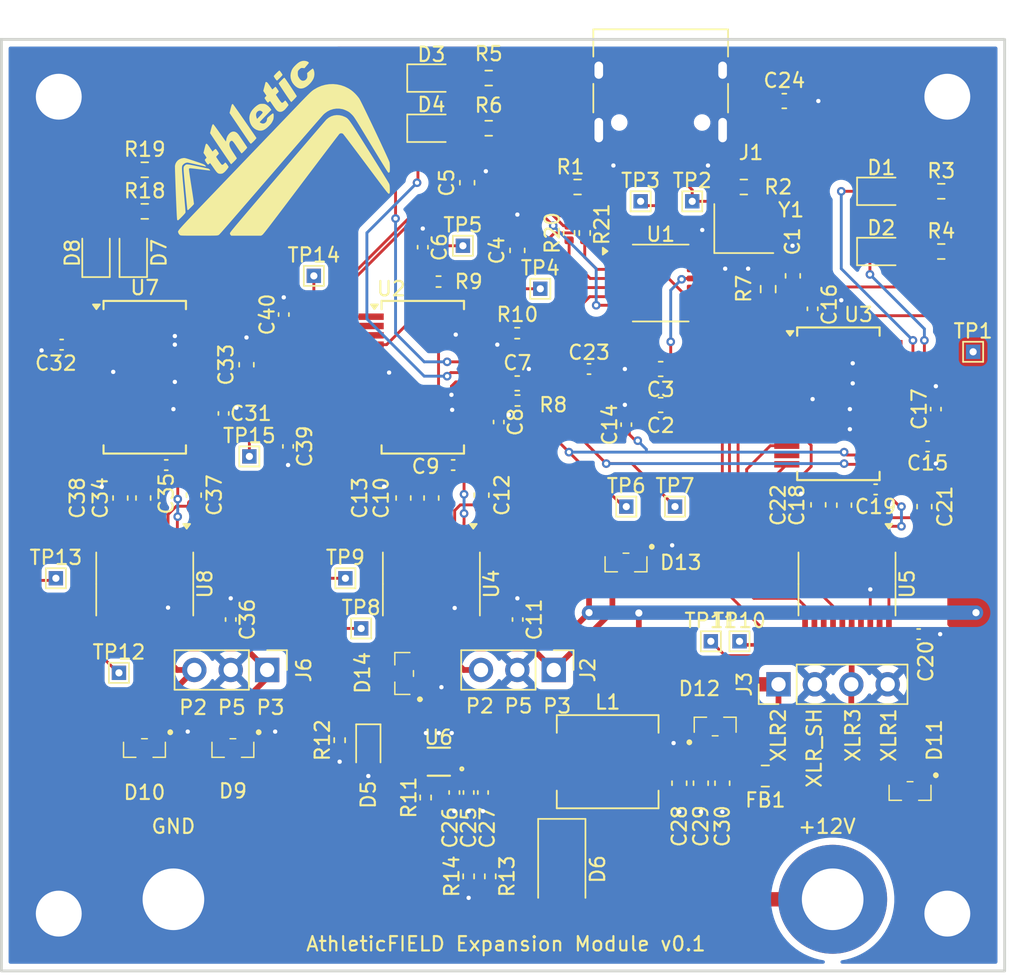
<source format=kicad_pcb>
(kicad_pcb (version 20241229) (generator "pcbnew") (generator_version "9.0")
  (layers (0 "F.Cu" signal) (2 "B.Cu" signal) (13 "F.Paste" user) (15 "B.Paste" user) (5 "F.SilkS" user "F.Silkscreen") (7 "B.SilkS" user "B.Silkscreen") (1 "F.Mask" user) (3 "B.Mask" user) (25 "Edge.Cuts" user))
  (net 0 "")
  (net 1 "+5V")
  (net 2 "~")
  (net 3 "Net-(U1-VDD33)")
  (net 4 "Net-(U1-DP1+)")
  (net 5 "Net-(U1-DM1-)")
  (net 6 "Net-(U2-3V3OUT)")
  (net 7 "Net-(U4-C1+)")
  (net 8 "Net-(U4-C1-)")
  (net 9 "Net-(U4-C2+)")
  (net 10 "Net-(U4-C2-)")
  (net 11 "Net-(U4-V+)")
  (net 12 "Net-(U4-V-)")
  (net 13 "Net-(U1-DM2-)")
  (net 14 "Net-(U3-3V3OUT)")
  (net 15 "Net-(U5-C2+)")
  (net 16 "Net-(U5-C2-)")
  (net 17 "Net-(U5-C1+)")
  (net 18 "Net-(U5-C1-)")
  (net 19 "Net-(U5-V+)")
  (net 20 "Net-(U5-V-)")
  (net 21 "Net-(U1-DP2+)")
  (net 22 "Net-(D1-A)")
  (net 23 "Net-(D1-K)")
  (net 24 "Net-(D2-K)")
  (net 25 "Net-(D2-A)")
  (net 26 "Net-(D3-A)")
  (net 27 "Net-(D3-K)")
  (net 28 "Net-(D4-K)")
  (net 29 "Net-(D4-A)")
  (net 30 "Net-(J1-CC1)")
  (net 31 "Net-(U1-DMU-)")
  (net 32 "Net-(U1-DPU+)")
  (net 33 "Net-(J2-Pin_1)")
  (net 37 "Net-(U2-TXD)")
  (net 38 "Net-(U2-RTS)")
  (net 39 "Net-(U2-CBUS3)")
  (net 43 "Net-(U2-CTS)")
  (net 45 "Net-(U2-CBUS4)")
  (net 49 "Net-(U2-RXD)")
  (net 51 "Net-(U3-TXD)")
  (net 52 "Net-(U3-RTS)")
  (net 53 "Net-(U3-RXD)")
  (net 55 "Net-(U3-CTS)")
  (net 58 "Net-(U3-CBUS3)")
  (net 60 "Net-(U3-CBUS4)")
  (net 63 "Net-(J2-Pin_3)")
  (net 64 "Net-(J3-Pin_3)")
  (net 69 "Net-(U1-XO)")
  (net 70 "Net-(U1-XI)")
  (net 71 "Net-(J1-D--PadA7)")
  (net 72 "Net-(U2-VCC)")
  (net 73 "Net-(R10-Pad2)")
  (net 74 "Net-(U2-VCCIO)")
  (net 75 "Net-(C28-Pad1)")
  (net 76 "Net-(D5-K)")
  (net 77 "Net-(D6-A)")
  (net 78 "Net-(U6-SW)")
  (net 79 "Net-(U6-FB)")
  (net 80 "/WG_+12V")
  (net 82 "Net-(U7-3V3OUT)")
  (net 83 "Net-(U8-C2-)")
  (net 84 "Net-(U8-C2+)")
  (net 85 "Net-(U8-C1-)")
  (net 86 "Net-(U8-C1+)")
  (net 87 "Net-(U8-V+)")
  (net 88 "Net-(U8-V-)")
  (net 89 "/DM3+")
  (net 90 "/DM3-")
  (net 91 "Net-(D7-A)")
  (net 92 "Net-(D7-K)")
  (net 93 "Net-(D8-K)")
  (net 94 "Net-(D8-A)")
  (net 95 "Net-(J6-Pin_1)")
  (net 96 "Net-(J6-Pin_3)")
  (net 97 "Net-(U7-TXD)")
  (net 98 "Net-(U7-RXD)")
  (net 102 "Net-(U7-RTS)")
  (net 104 "Net-(U7-CBUS4)")
  (net 107 "Net-(U7-CTS)")
  (net 108 "Net-(U7-CBUS3)")
  (net 112 "Net-(U7-USBD+)")
  (net 113 "Net-(U7-USBD-)")
  (net 114 "Net-(J1-CC2)")
  (footprint "Resistor_SMD:R_0603_1608Metric" (layer "F.Cu") (at 164.575 60.6)
    (property "Reference" "R3")
    (property "Value" "470Ω")
  )
  (footprint "Capacitor_SMD:C_0603_1608Metric" (layer "F.Cu") (at 108.9 82 90)
    (property "Reference" "C34")
    (property "Value" "470nF")
  )
  (footprint "LED_SMD:LED_0805_2012Metric" (layer "F.Cu") (at 129 56.2)
    (property "Reference" "D4")
    (property "Value" "LED")
  )
  (footprint "TestPoint:TestPoint_THTPad_1.0x1.0mm_Drill0.5mm" (layer "F.Cu") (at 166.8 71.8)
    (property "Reference" "TP1")
    (property "Value" "TestPoint")
  )
  (footprint "Capacitor_SMD:C_0402_1005Metric" (layer "F.Cu") (at 128.4 64.5 -90)
    (property "Reference" "C6")
    (property "Value" "100nF")
  )
  (footprint "Package_SO:SSOP-28_5.3x10.2mm_P0.65mm" (layer "F.Cu") (at 109 73.575)
    (property "Reference" "U7")
    (property "Value" "FT232RL")
  )
  (footprint "MountingHole:MountingHole_3.2mm_M3_ISO7380_Pad_TopBottom" (layer "F.Cu") (at 103 111)
    (property "Reference" "REF**" (hide yes))
    (property "Value" "MountingHole_3.2mm_M3_ISO7380_Pad_TopBottom" (hide yes))
  )
  (footprint "Resistor_SMD:R_0603_1608Metric" (layer "F.Cu") (at 133 52.7)
    (property "Reference" "R5")
    (property "Value" "470Ω")
  )
  (footprint "MountingHole:MountingHole_4.3mm_M4_ISO7380_Pad_TopBottom" (layer "F.Cu") (at 111 110)
    (property "Reference" "J4" (hide yes))
    (property "Value" "12V -")
  )
  (footprint "Capacitor_SMD:C_0402_1005Metric" (layer "F.Cu") (at 163 91.5 180)
    (property "Reference" "C20")
    (property "Value" "100nF")
  )
  (footprint "LED_SMD:LED_0805_2012Metric" (layer "F.Cu") (at 108.2 64.9 90)
    (property "Reference" "D7")
    (property "Value" "LED")
  )
  (footprint "Package_TO_SOT_SMD:SM0502HTG" (layer "F.Cu") (at 108.98 99.445 180)
    (property "Reference" "D10")
    (property "Value" "SM15-02HTG" (hide yes))
  )
  (footprint "TestPoint:TestPoint_THTPad_1.0x1.0mm_Drill0.5mm" (layer "F.Cu") (at 146 82.6)
    (property "Reference" "TP7")
    (property "Value" "TestPoint")
  )
  (footprint "Resistor_SMD:R_0603_1608Metric" (layer "F.Cu") (at 164.575 64.8)
    (property "Reference" "R4")
    (property "Value" "470Ω")
  )
  (footprint "Resistor_SMD:R_0603_1608Metric" (layer "F.Cu") (at 150.8 60.3 180)
    (property "Reference" "R2")
    (property "Value" "22KΩ")
  )
  (footprint "TestPoint:TestPoint_THTPad_1.0x1.0mm_Drill0.5mm" (layer "F.Cu") (at 131.2 64.4)
    (property "Reference" "TP5")
    (property "Value" "TestPoint")
  )
  (footprint "Capacitor_SMD:C_0603_1608Metric" (layer "F.Cu") (at 134.99 74)
    (property "Reference" "C7")
    (property "Value" "4.7µF")
  )
  (footprint "Capacitor_SMD:C_0603_1608Metric" (layer "F.Cu") (at 147.8 101.9 -90)
    (property "Reference" "C29")
    (property "Value" "22µF")
  )
  (footprint "TestPoint:TestPoint_THTPad_1.0x1.0mm_Drill0.5mm" (layer "F.Cu") (at 120.8 66.5)
    (property "Reference" "TP14")
    (property "Value" "TestPoint")
  )
  (footprint "Resistor_SMD:R_0603_1608Metric" (layer "F.Cu") (at 109 59.1)
    (property "Reference" "R19")
    (property "Value" "470Ω")
  )
  (footprint "Capacitor_SMD:C_0603_1608Metric" (layer "F.Cu") (at 157.8 82.5 90)
    (property "Reference" "C18")
    (property "Value" "470nF")
  )
  (footprint "Capacitor_SMD:C_0603_1608Metric" (layer "F.Cu") (at 156 82.475 90)
    (property "Reference" "C22")
    (property "Value" "470nF")
  )
  (footprint "Package_SO:SSOP-28_5.3x10.2mm_P0.65mm" (layer "F.Cu") (at 128.4 73.575)
    (property "Reference" "U2")
    (property "Value" "FT232RL")
  )
  (footprint "Package_TO_SOT_SMD:SM0502HTG" (layer "F.Cu") (at 148.8 97.945)
    (property "Reference" "D12")
    (property "Value" "SM15-02HTG" (hide yes))
  )
  (footprint "Capacitor_SMD:C_0402_1005Metric" (layer "F.Cu") (at 142.6 76.88 90)
    (property "Reference" "C14")
    (property "Value" "47pF")
  )
  (footprint "TestPoint:TestPoint_THTPad_1.0x1.0mm_Drill0.5mm" (layer "F.Cu") (at 147.2 61.3)
    (property "Reference" "TP2")
    (property "Value" "TestPoint")
  )
  (footprint "Resistor_SMD:R_0402_1005Metric" (layer "F.Cu") (at 129.5 66.9 180)
    (property "Reference" "R9")
    (property "Value" "0Ω")
  )
  (footprint "LED_SMD:LED_0805_2012Metric" (layer "F.Cu") (at 160.3875 60.6)
    (property "Reference" "D1")
    (property "Value" "LED")
  )
  (footprint "TestPoint:TestPoint_THTPad_1.0x1.0mm_Drill0.5mm" (layer "F.Cu") (at 143.6 61.3)
    (property "Reference" "TP3")
    (property "Value" "TestPoint")
  )
  (footprint "LED_SMD:LED_0805_2012Metric" (layer "F.Cu") (at 160.3875 64.8)
    (property "Reference" "D2")
    (property "Value" "LED")
  )
  (footprint "Package_SO:QSOP-16_3.9x4.9mm_P0.635mm" (layer "F.Cu") (at 145 67)
    (property "Reference" "U1")
    (property "Value" "CH334R")
  )
  (footprint "Capacitor_SMD:C_0402_1005Metric" (layer "F.Cu") (at 114.5 76.1 -90)
    (property "Reference" "C31")
    (property "Value" "100nF")
  )
  (footprint "Package_TO_SOT_SMD:SM0502HTG" (layer "F.Cu") (at 127.1 94.245 90)
    (property "Reference" "D14")
    (property "Value" "SM15-02HTG" (hide yes))
  )
  (footprint "Capacitor_SMD:C_0603_1608Metric" (layer "F.Cu") (at 146.3 101.9 -90)
    (property "Reference" "C28")
    (property "Value" "22µF")
  )
  (footprint "TestPoint:TestPoint_THTPad_1.0x1.0mm_Drill0.5mm" (layer "F.Cu") (at 150.5 92)
    (property "Reference" "TP10")
    (property "Value" "TestPoint")
  )
  (footprint "Capacitor_SMD:C_0805_2012Metric" (layer "F.Cu") (at 152.3 101.4 180)
    (property "Reference" "FB1")
    (property "Value" "600R/3A")
  )
  (footprint "Capacitor_SMD:C_0402_1005Metric" (layer "F.Cu") (at 160 81.4)
    (property "Reference" "C19")
    (property "Value" "100nF")
  )
  (footprint "Package_SO:TSSOP-20_4.4x6.5mm_P0.65mm" (layer "F.Cu") (at 129 88 -90)
    (property "Reference" "U4")
    (property "Value" "ZT3222F")
  )
  (footprint "Package_SO:TSSOP-20_4.4x6.5mm_P0.65mm" (layer "F.Cu") (at 109 88 -90)
    (property "Reference" "U8")
    (property "Value" "ZT3222F")
  )
  (footprint "Capacitor_SMD:C_0603_1608Metric" (layer "F.Cu") (at 145 75.51 180)
    (property "Reference" "C2")
    (property "Value" "1µF")
  )
  (footprint "Resistor_SMD:R_0402_1005Metric" (layer "F.Cu") (at 122.6 98.9 -90)
    (property "Reference" "R12")
    (property "Value" "30KΩ")
  )
  (footprint "Capacitor_SMD:C_0402_1005Metric" (layer "F.Cu") (at 103.2 71.3)
    (property "Reference" "C32")
    (property "Value" "100nF")
  )
  (footprint "Capacitor_SMD:C_0603_1608Metric" (layer "F.Cu") (at 163.4 82.6 -90)
    (property "Reference" "C21")
    (property "Value" "470nF")
  )
  (footprint "Package_SO:TSSOP-20_4.4x6.5mm_P0.65mm" (layer "F.Cu") (at 158 88 -90)
    (property "Reference" "U5")
    (property "Value" "ZT3222F")
  )
  (footprint "Capacitor_SMD:C_0603_1608Metric" (layer "F.Cu") (at 154.225 66.5 -90)
    (property "Reference" "C1")
    (property "Value" "10µF")
  )
  (footprint "Diode_SMD:D_SMA" (layer "F.Cu") (at 138.1 107.9 -90)
    (property "Reference" "D6")
    (property "Value" "SS54")
  )
  (footprint "TestPoint:TestPoint_THTPad_1.0x1.0mm_Drill0.5mm" (layer "F.Cu") (at 102.8 87.6)
    (property "Reference" "TP13")
    (property "Value" "TestPoint")
  )
  (footprint "Capacitor_SMD:C_0402_1005Metric" (layer "F.Cu") (at 130.6 102.55 -90)
    (property "Reference" "C26")
    (property "Value" "10µF")
  )
  (footprint "Connector_PinHeader_2.54mm:PinHeader_1x04_P2.54mm_Vertical" (layer "F.Cu") (at 153.22 95 90)
    (property "Reference" "J3")
    (property "Value" "Conn_01x06_MountingPin")
  )
  (footprint "Package_TO_SOT_SMD:SM0502HTG" (layer "F.Cu") (at 162.4 102.445 180)
    (property "Reference" "D11")
    (property "Value" "SM15-02HTG" (hide yes))
  )
  (footprint "Capacitor_SMD:C_0402_1005Metric" (layer "F.Cu") (at 164.2 75.8 90)
    (property "Reference" "C17")
    (property "Value" "4.7µF")
  )
  (footprint "Resistor_SMD:R_0402_1005Metric" (layer "F.Cu") (at 138.61 63.51 90)
    (property "Reference" "R20")
    (property "Value" "0Ω")
  )
  (footprint "Resistor_SMD:R_0402_1005Metric" (layer "F.Cu") (at 133.11 108.4 -90)
    (property "Reference" "R13")
    (property "Value" "220KΩ")
  )
  (footprint "Capacitor_SMD:C_0402_1005Metric" (layer "F.Cu") (at 118.7 69.2 90)
    (property "Reference" "C40")
    (property "Value" "47pF")
  )
  (footprint "Resistor_SMD:R_0402_1005Metric" (layer "F.Cu") (at 131.6 108.4 90)
    (property "Reference" "R14")
    (property "Value" "30KΩ")
  )
  (footprint "TestPoint:TestPoint_THTPad_1.0x1.0mm_Drill0.5mm" (layer "F.Cu") (at 124.1 91.1)
    (property "Reference" "TP8")
    (property "Value" "TestPoint")
  )
  (footprint "LED_SMD:LED_0805_2012Metric" (layer "F.Cu") (at 129 52.7)
    (property "Reference" "D3")
    (property "Value" "LED")
  )
  (footprint "Capacitor_SMD:C_0402_1005Metric" (layer "F.Cu") (at 110.5 79.7)
    (property "Reference" "C35")
    (property "Value" "100nF")
  )
  (footprint "Connector_USB:USB_C_Receptacle_HRO_TYPE-C-31-M-12" (layer "F.Cu") (at 145 53.2 180)
    (property "Reference" "J1")
    (property "Value" "USB_C_Receptacle_USB2.0_14P")
  )
  (footprint "TestPoint:TestPoint_THTPad_1.0x1.0mm_Drill0.5mm" (layer "F.Cu") (at 116.3 79.1)
    (property "Reference" "TP15")
    (property "Value" "TestPoint")
  )
  (footprint "Capacitor_SMD:C_0603_1608Metric" (layer "F.Cu") (at 149.3 101.9 -90)
    (property "Reference" "C30")
    (property "Value" "22µF")
  )
  (footprint "logos:athletic Square" (layer "F.Cu") (at 118.6 57.6)
    (property "Reference" "G***" (hide yes))
    (property "Value" "LOGO" (hide yes))
  )
  (footprint "Capacitor_SMD:C_0402_1005Metric" (layer "F.Cu") (at 115 90.48 -90)
    (property "Reference" "C36")
    (property "Value" "100nF")
  )
  (footprint "Resistor_SMD:R_0603_1608Metric" (layer "F.Cu") (at 152.5 67.425 -90)
    (property "Reference" "R7")
    (property "Value" "0 Ω")
  )
  (footprint "Resistor_SMD:R_0603_1608Metric" (layer "F.Cu") (at 139.2 60.3)
    (property "Reference" "R1")
    (property "Value" "22KΩ")
  )
  (footprint "TestPoint:TestPoint_THTPad_1.0x1.0mm_Drill0.5mm" (layer "F.Cu") (at 107.2 94.2)
    (property "Reference" "TP12")
    (property "Value" "TestPoint")
  )
  (footprint "TestPoint:TestPoint_THTPad_1.0x1.0mm_Drill0.5mm" (layer "F.Cu") (at 136.6 67.4)
    (property "Reference" "TP4")
    (property "Value" "TestPoint")
  )
  (footprint "Capacitor_SMD:C_0603_1608Metric" (layer "F.Cu") (at 129 82 90)
    (property "Reference" "C10")
    (property "Value" "470nF")
  )
  (footprint "Resistor_SMD:R_0402_1005Metric" (layer "F.Cu") (at 128.6 102.9 90)
    (property "Reference" "R11")
    (property "Value" "20KΩ")
  )
  (footprint "Capacitor_SMD:C_0402_1005Metric" (layer "F.Cu") (at 133.7 76.7 -90)
    (property "Reference" "C8")
    (property "Value" "100nF")
  )
  (footprint "Capacitor_SMD:C_0603_1608Metric" (layer "F.Cu") (at 132.5 81.8 -90)
    (property "Reference" "C12")
    (property "Value" "470nF")
  )
  (footprint "MountingHole:MountingHole_3.2mm_M3_ISO7380_Pad_TopBottom" (layer "F.Cu") (at 103 54)
    (property "Reference" "REF**" (hide yes))
    (property "Value" "MountingHole_3.2mm_M3_ISO7380_Pad_TopBottom" (hide yes))
  )
  (footprint "TestPoint:TestPoint_THTPad_1.0x1.0mm_Drill0.5mm" (layer "F.Cu") (at 123 87.6)
    (property "Reference" "TP9")
    (property "Value" "TestPoint")
  )
  (footprint "Capacitor_SMD:C_0603_1608Metric" (layer "F.Cu") (at 145 73 180)
    (property "Reference" "C3")
    (property "Value" "10µF")
  )
  (footprint "Capacitor_SMD:C_0402_1005Metric" (layer "F.Cu") (at 140 73)
    (property "Reference" "C23")
    (property "Value" "47pF")
  )
  (footprint "Capacitor_SMD:C_0402_1005Metric" (layer "F.Cu") (at 131.6 102.55 -90)
    (property "Reference" "C25")
    (property "Value" "10µF")
  )
  (footprint "Resistor_SMD:R_0402_1005Metric" (layer "F.Cu") (at 139.7 63.51 90)
    (property "Reference" "R21")
    (property "Value" "0Ω")
  )
  (footprint "Capacitor_SMD:C_0603_1608Metric" (layer "F.Cu") (at 112.425 81.8 -90)
    (property "Reference" "C37")
    (property "Value" "470nF")
  )
  (footprint "Capacitor_SMD:C_0603_1608Metric" (layer "F.Cu") (at 135 64.725 90)
    (property "Reference" "C4")
    (property "Value" "47pF")
  )
  (footprint "Package_SO:SSOP-28_5.3x10.2mm_P0.65mm" (layer "F.Cu") (at 157.4 75.425)
    (property "Reference" "U3")
    (property "Value" "FT232RL")
  )
  (footprint "Capacitor_SMD:C_0402_1005Metric" (layer "F.Cu") (at 132.6 102.55 -90)
    (property "Reference" "C27")
    (property "Value" "0.1µF")
  )
  (footprint "Capacitor_SMD:C_0603_1608Metric" (layer "F.Cu") (at 127.05 82 90)
    (property "Reference" "C13")
    (property "Value" "470nF")
  )
  (footprint "Capacitor_SMD:C_0402_1005Metric" (layer "F.Cu") (at 130.52 79.7)
    (property "Reference" "C9")
    (property "Value" "100nF")
  )
  (footprint "MountingHole:MountingHole_3.2mm_M3_ISO7380_Pad_TopBottom" (layer "F.Cu") (at 165 54)
    (property "Reference" "REF**" (hide yes))
    (property "Value" "MountingHole_3.2mm_M3_ISO7380_Pad_TopBottom" (hide yes))
  )
  (footprint "Crystal:Crystal_SMD_3225-4Pin_3.2x2.5mm" (layer "F.Cu") (at 150.8 63.2)
    (property "Reference" "Y1")
    (property "Value" "12MHz")
  )
  (footprint "Package_TO_SOT_SMD:SM0502HTG" (layer "F.Cu") (at 142.58 86.5 180)
    (property "Reference" "D13")
    (property "Value" "SM15-02HTG" (hide yes))
  )
  (footprint "Capacitor_SMD:C_0603_1608Metric" (layer "F.Cu") (at 107.3 82 90)
    (property "Reference" "C38")
    (property "Value" "470nF")
  )
  (footprint "Capacitor_SMD:C_0603_1608Metric" (layer "F.Cu") (at 153.625 54.3)
    (property "Reference" "C24")
    (property "Value" "10µF")
  )
  (footprint "Capacitor_SMD:C_0402_1005Metric" (layer "F.Cu") (at 135.02 90.48 -90)
    (property "Reference" "C11")
    (property "Value" "100nF")
  )
  (footprint "Capacitor_SMD:C_0603_1608Metric" (layer "F.Cu") (at 116.1 72.7 90)
    (property "Reference" "C33")
    (property "Value" "4.7µF")
  )
  (footprint "Package_TO_SOT_SMD:SOT6_DRL_TEX-L" (layer "F.Cu") (at 129.52 100.4 180)
    (property "Reference" "U6")
    (property "Value" "TPS565242")
  )
  (footprint "MountingHole:MountingHole_3.2mm_M3_ISO7380_Pad_TopBottom" (layer "F.Cu") (at 165 111)
    (property "Reference" "REF**" (hide yes))
    (property "Value" "MountingHole_3.2mm_M3_ISO7380_Pad_TopBottom" (hide yes))
  )
  (footprint "TestPoint:TestPoint_THTPad_1.0x1.0mm_Drill0.5mm" (layer "F.Cu") (at 142.6 82.6)
    (property "Reference" "TP6")
    (property "Value" "TestPoint")
  )
  (footprint "Capacitor_SMD:C_0603_1608Metric" (layer "F.Cu") (at 131.5 60 90)
    (property "Reference" "C5")
    (property "Value" "47pF")
  )
  (footprint "Resistor_SMD:R_0603_1608Metric" (layer "F.Cu") (at 109 62)
    (property "Reference" "R18")
    (property "Value" "470Ω")
  )
  (footprint "Capacitor_SMD:C_0402_1005Metric" (layer "F.Cu") (at 163.625 78.4 180)
    (property "Reference" "C15")
    (property "Value" "100nF")
  )
  (footprint "Capacitor_SMD:C_0402_1005Metric" (layer "F.Cu") (at 155.6 68.8 -90)
    (property "Reference" "C16")
    (property "Value" "100nF")
  )
  (footprint "Package_TO_SOT_SMD:SM0502HTG" (layer "F.Cu") (at 115.15 99.445 180)
    (property "Reference" "D9")
    (property "Value" "SM15-02HTG" (hide yes))
  )
  (footprint "Resistor_SMD:R_0402_1005Metric" (layer "F.Cu") (at 135.01 75.2)
    (property "Reference" "R8")
    (property "Value" "0Ω")
  )
  (footprint "Connector_PinHeader_2.54mm:PinHeader_1x03_P2.54mm_Vertical" (layer "F.Cu") (at 137.54 94 -90)
    (property "Reference" "J2")
    (property "Value" "Conn_01x06_MountingPin" (hide yes))
  )
  (footprint "Resistor_SMD:R_0603_1608Metric" (layer "F.Cu") (at 133 56.2)
    (property "Reference" "R6")
    (property "Value" "470Ω")
  )
  (footprint "LED_SMD:LED_0805_2012Metric" (layer "F.Cu") (at 105.6 64.9 90)
    (property "Reference" "D8")
    (property "Value" "LED")
  )
  (footprint "Diode_SMD:D_SOD-323" (layer "F.Cu") (at 124.6 99.4 -90)
    (property "Reference" "D5")
    (property "Value" "1N4148WS")
  )
  (footprint "Resistor_SMD:R_0402_1005Metric" (layer "F.Cu") (at 134.99 70.5 180)
    (property "Reference" "R10")
    (property "Value" "0Ω")
  )
  (footprint "Inductor_SMD:IND_SPM6530T-2R2M" (layer "F.Cu") (at 141.3 100.4)
    (property "Reference" "L1")
    (property "Value" "SPM6530T-2R2M")
  )
  (footprint "Capacitor_SMD:C_0402_1005Metric" (layer "F.Cu") (at 119 78.4 -90)
    (property "Reference" "C39")
    (property "Value" "47pF")
  )
  (footprint "MountingHole:MountingHole_4.3mm_M4_ISO7380_Pad_TopBottom" (layer "F.Cu") (at 157 110)
    (property "Reference" "J5" (hide yes))
    (property "Value" "12V +")
  )
  (footprint "Connector_PinHeader_2.54mm:PinHeader_1x03_P2.54mm_Vertical" (layer "F.Cu") (at 117.54 94 -90)
    (property "Reference" "J6")
    (property "Value" "Conn_01x06_MountingPin")
  )
  (footprint "TestPoint:TestPoint_THTPad_1.0x1.0mm_Drill0.5mm" (layer "F.Cu") (at 148.5 92)
    (property "Reference" "TP11")
    (property "Value" "TestPoint")
  )
  (gr_rect (start 99 50) (end 169 115) (stroke (width 0.2)) (fill no) (layer "Edge.Cuts"))
  (gr_text "P3\n" (at 136.7 97.1 0) (layer "F.SilkS") (effects (font (size 1 1)) (justify left bottom)))
  (gr_text "XLR_SH" (at 156.3 102.3 90) (layer "F.SilkS") (effects (font (size 1 1)) (justify left bottom)))
  (gr_text "P5" (at 134 97.1 0) (layer "F.SilkS") (effects (font (size 1 1)) (justify left bottom)))
  (gr_text "P5" (at 114 97.2 0) (layer "F.SilkS") (effects (font (size 1 1)) (justify left bottom)))
  (gr_text "P2" (at 111.3 97.2 0) (layer "F.SilkS") (effects (font (size 1 1)) (justify left bottom)))
  (gr_text "P3\n" (at 116.7 97.2 0) (layer "F.SilkS") (effects (font (size 1 1)) (justify left bottom)))
  (gr_text "XLR2" (at 153.8 100.5 90) (layer "F.SilkS") (effects (font (size 1 1)) (justify left bottom)))
  (gr_text "XLR3" (at 159 100.5 90) (layer "F.SilkS") (effects (font (size 1 1)) (justify left bottom)))
  (gr_text "+12V" (at 156.6 105.5 0) (layer "F.SilkS") (effects (font (size 1 1)) (justify bottom)))
  (gr_text "P2" (at 131.3 97.1 0) (layer "F.SilkS") (effects (font (size 1 1)) (justify left bottom)))
  (gr_text "XLR1" (at 161.5 100.5 90) (layer "F.SilkS") (effects (font (size 1 1)) (justify left bottom)))
  (gr_text "GND\n" (at 111 105.5 0) (layer "F.SilkS") (effects (font (size 1 1)) (justify bottom)))
  (gr_text "AthleticFIELD Expansion Module v0.1" (at 134.2 113.7 0) (layer "F.SilkS") (effects (font (size 1 1)) (justify bottom)))
  (segment (start 163.4 81.825) (end 165.975 81.825) (width 0.2) (layer "F.Cu") (net 1))
  (segment (start 116 75.2) (end 117.4 73.8) (width 0.2) (layer "F.Cu") (net 1))
  (segment (start 131.65613 91.901) (end 135 91.901) (width 0.4) (layer "F.Cu") (net 1))
  (segment (start 108.7 75.8) (end 111 78.1) (width 0.4) (layer "F.Cu") (net 1))
  (segment (start 115 90.96) (end 115 92) (width 0.4) (layer "F.Cu") (net 1))
  (segment (start 117.4 56.201) (end 117.4 59.1) (width 1) (layer "F.Cu") (net 1))
  (segment (start 140 82.5) (end 140 90) (width 0.4) (layer "F.Cu") (net 1))
  (segment (start 117.075 73.475) (end 117.4 73.8) (width 0.4) (layer "F.Cu") (net 1))
  (segment (start 135.52 75.2) (end 136.3 75.2) (width 0.4) (layer "F.Cu") (net 1))
  (segment (start 138.375 60.3) (end 137 60.3) (width 0.2) (layer "F.Cu") (net 1))
  (segment (start 115.191479 75.2) (end 115.192479 75.199) (width 0.2) (layer "F.Cu") (net 1))
  (segment (start 136.5 75) (end 136.5 72) (width 0.2) (layer "F.Cu") (net 1))
  (segment (start 113.825 81.025) (end 114.15 81.35) (width 0.4) (layer "F.Cu") (net 1))
  (segment (start 136 59.3) (end 136 54.25) (width 0.2) (layer "F.Cu") (net 1))
  (segment (start 111 78.2) (end 114.15 81.35) (width 0.4) (layer "F.Cu") (net 1))
  (segment (start 111.275 91.599999) (end 111.675001 92) (width 0.4) (layer "F.Cu") (net 1))
  (segment (start 162.52 92.48) (end 162.5 92.5) (width 0.4) (layer "F.Cu") (net 1))
  (segment (start 132.5 81.025) (end 133.525 81.025) (width 0.4) (layer "F.Cu") (net 1))
  (segment (start 151.625 60.3) (end 153.1 60.3) (width 0.2) (layer "F.Cu") (net 1))
  (segment (start 114.815128 75.139) (end 114.876128 75.2) (width 0.2) (layer "F.Cu") (net 1))
  (segment (start 153.1 60.3) (end 154.8 58.6) (width 0.2) (layer "F.Cu") (net 1))
  (segment (start 165.8 58.1) (end 154.8 58.1) (width 1) (layer "F.Cu") (net 1))
  (segment (start 131.275 91.51987) (end 131.65613 91.901) (width 0.4) (layer "F.Cu") (net 1))
  (segment (start 166.725 67.275) (end 167 67) (width 0.2) (layer "F.Cu") (net 1))
  (segment (start 115.025 74.55) (end 116.1 73.475) (width 0.4) (layer "F.Cu") (net 1))
  (segment (start 143.475 94.15) (end 143.475 90.025) (width 0.4) (layer "F.Cu") (net 1))
  (segment (start 135 91.901) (end 135.02 91.881) (width 0.4) (layer "F.Cu") (net 1))
  (segment (start 115.608521 75.2) (end 116 75.2) (width 0.2) (layer "F.Cu") (net 1))
  (segment (start 154.124 67.376) (end 147.696 67.376) (width 0.2) (layer "F.Cu") (net 1))
  (segment (start 165.975 81.825) (end 166 81.8) (width 0.2) (layer "F.Cu") (net 1))
  (segment (start 164.2 76.28) (end 166.12 76.28) (width 0.2) (layer "F.Cu") (net 1))
  (segment (start 135.5 71) (end 135.5 70.5) (width 0.2) (layer "F.Cu") (net 1))
  (segment (start 115 92) (end 117.95 92) (width 0.4) (layer "F.Cu") (net 1))
  (segment (start 123.15 96.15) (end 141.475 96.15) (width 0.4) (layer "F.Cu") (net 1))
  (segment (start 160.275 90.8625) (end 160.275 91.599999) (width 0.4) (layer "F.Cu") (net 1))
  (segment (start 136.5 75) (end 136.5 75.4) (width 0.4) (layer "F.Cu") (net 1))
  (segment (start 145.7 54.6) (end 145.7 54.7) (width 0.5) (layer "F.Cu") (net 1))
  (segment (start 145.7 54.7) (end 147.1 56.1) (width 0.5) (layer "F.Cu") (net 1))
  (segment (start 109.825 59.1) (end 117.4 59.1) (width 0.25) (layer "F.Cu") (net 1))
  (segment (start 136.5 72) (end 135.5 71) (width 0.2) (layer "F.Cu") (net 1))
  (segment (start 114.15 81.35) (end 117.95 85.15) (width 0.4) (layer "F.Cu") (net 1))
  (segment (start 142.55 57.245) (end 142.55 56.551364) (width 0.4) (layer "F.Cu") (net 1))
  (segment (start 133.525 81.025) (end 140 87.5) (width 0.4) (layer "F.Cu") (net 1))
  (segment (start 135.02 91.881) (end 135.02 90.96) (width 0.4) (layer "F.Cu") (net 1))
  (segment (start 133.825 52.7) (end 134.7 52.7) (width 0.2) (layer "F.Cu") (net 1))
  (segment (start 154.225 67.275) (end 166.725 67.275) (width 0.2) (layer "F.Cu") (net 1))
  (segment (start 154.1 101.4) (end 157.9 105.2) (width 1) (layer "F.Cu") (net 1))
  (segment (start 153.8 73.15) (end 154.875 73.15) (width 0.2) (layer "F.Cu") (net 1))
  (segment (start 160.275 91.599999) (end 161.175001 92.5) (width 0.4) (layer "F.Cu") (net 1))
  (segment (start 108.7 73.3) (end 108.7 75.8) (width 0.4) (layer "F.Cu") (net 1))
  (segment (start 122.6 51.001) (end 117.4 56.201) (width 1) (layer "F.Cu") (net 1))
  (segment (start 166.08 69.28) (end 166.4 69.6) (width 0.2) (layer "F.Cu") (net 1))
  (segment (start 117.95 92) (end 119 92) (width 0.4) (layer "F.Cu") (net 1))
  (segment (start 114.123872 75.2) (end 114.184872 75.139) (width 0.2) (layer "F.Cu") (net 1))
  (segment (start 119 92) (end 123.15 96.15) (width 0.4) (layer "F.Cu") (net 1))
  (segment (start 103.68 71.3) (end 105.4 71.3) (width 0.2) (layer "F.Cu") (net 1))
  (segment (start 154.8 58.6) (end 154.8 58.1) (width 0.2) (layer "F.Cu") (net 1))
  (segment (start 151 54.3) (end 150.95 54.25) (width 1) (layer "F.Cu") (net 1))
  (segment (start 116.1 73.475) (end 117.075 73.475) (width 0.4) (layer "F.Cu") (net 1))
  (segment (start 135.75 54.25) (end 132.501 51.001) (width 1) (layer "F.Cu") (net 1))
  (segment (start 162.9 105.2) (end 167.1 105.2) (width 1) (layer "F.Cu") (net 1))
  (segment (start 117.95 85.15) (end 117.95 92) (width 0.4) (layer "F.Cu") (net 1))
  (segment (start 111.675001 92) (end 115 92) (width 0.4) (layer "F.Cu") (net 1))
  (segment (start 147.696 67.376) (end 147.6375 67.3175) (width 0.2) (layer "F.Cu") (net 1))
  (segment (start 136 54.25) (end 135.75 54.25) (width 1) (layer "F.Cu") (net 1))
  (segment (start 147.45 56.45743) (end 147.296285 56.303715) (width 0.4) (layer "F.Cu") (net 1))
  (segment (start 150.95 54.25) (end 136 54.25) (width 1) (layer "F.Cu") (net 1))
  (segment (start 147.1 56.10743) (end 147.1 56.1) (width 0.4) (layer "F.Cu") (net 1))
  (segment (start 154.875 73.15) (end 155.6 72.425) (width 0.2) (layer "F.Cu") (net 1))
  (segment (start 134.7 52.7) (end 136 54) (width 0.2) (layer "F.Cu") (net 1))
  (segment (start 162.5 92.5) (end 163.5 92.5) (width 0.4) (layer "F.Cu") (net 1))
  (segment (start 147.45 57.245) (end 147.45 56.45743) (width 0.4) (layer "F.Cu") (net 1))
  (segment (start 135 91.901) (end 138.099 91.901) (width 0.4) (layer "F.Cu") (net 1))
  (segment (start 105.4 71.3) (end 106.7 71.3) (width 0.4) (layer "F.Cu") (net 1))
  (segment (start 136.3 75.2) (end 136.5 75) (width 0.4) (layer "F.Cu") (net 1))
  (segment (start 143.050682 56.050682) (end 144.501364 54.6) (width 0.5) (layer "F.Cu") (net 1))
  (segment (start 135.75 54.25) (end 136 54) (width 0.2) (layer "F.Cu") (net 1))
  (segment (start 142.55 56.551364) (end 143.050682 56.050682) (width 0.4) (layer "F.Cu") (net 1))
  (segment (start 115.192479 75.199) (end 115.607521 75.199) (width 0.2) (layer "F.Cu") (net 1))
  (segment (start 111 78.1) (end 111 78.2) (width 0.4) (layer "F.Cu") (net 1))
  (segment (start 161 77.05) (end 166.75 77.05) (width 0.2) (layer "F.Cu") (net 1))
  (segment (start 111.275 90.8625) (end 111.275 91.599999) (width 0.4) (layer "F.Cu") (net 1))
  (segment (start 133.825 56.175) (end 135.75 54.25) (width 0.2) (layer "F.Cu") (net 1))
  (segment (start 157.9 105.2) (end 162.9 105.2) (width 1) (layer "F.Cu") (net 1))
  (segment (start 154.225 67.275) (end 154.124 67.376) (width 0.2) (layer "F.Cu") (net 1))
  (segment (start 161.175001 92.5) (end 162.5 92.5) (width 0.4) (layer "F.Cu") (net 1))
  (segment (start 117.4 62) (end 117.4 64.1) (width 1) (layer "F.Cu") (net 1))
  (segment (start 114.184872 75.139) (end 114.815128 75.139) (width 0.2) (layer "F.Cu") (net 1))
  (segment (start 147.296285 56.303715) (end 147.1 56.10743) (width 0.4) (layer "F.Cu") (net 1))
  (segment (start 154.8 58.1) (end 150.95 54.25) (width 1) (layer "F.Cu") (net 1))
  (segment (start 162.52 91.5) (end 162.52 92.48) (width 0.4) (layer "F.Cu") (net 1))
  (segment (start 141.475 96.15) (end 143.475 94.15) (width 0.4) (layer "F.Cu") (net 1))
  (segment (start 117.4 73.8) (end 117.4 67.4) (width 1) (layer "F.Cu") (net 1))
  (segment (start 115.607521 75.199) (end 115.608521 75.2) (width 0.2) (layer "F.Cu") (net 1))
  (segment (start 106.7 71.3) (end 108.7 73.3) (width 0.4) (layer "F.Cu") (net 1))
  (segment (start 112.6 74.55) (end 115.025 74.55) (width 0.4) (layer "F.Cu") (net 1))
  (segment (start 109.825 62) (end 117.4 62) (width 0.25) (layer "F.Cu") (net 1))
  (segment (start 131.275 90.8625) (end 131.275 91.51987) (width 0.4) (layer "F.Cu") (net 1))
  (segment (start 112.6 75.2) (end 114.123872 75.2) (width 0.2) (layer "F.Cu") (net 1))
  (segment (start 155.6 72.425) (end 155.6 69.28) (width 0.2) (layer "F.Cu") (net 1))
  (segment (start 155.6 69.28) (end 166.08 69.28) (width 0.2) (layer "F.Cu") (net 1))
  (segment (start 152.85 54.3) (end 151 54.3) (width 1) (layer "F.Cu") (net 1))
  (segment (start 112.425 81.025) (end 113.825 81.025) (width 0.4) (layer "F.Cu") (net 1))
  (segment (start 138.099 91.901) (end 140 90) (width 0.4) (layer "F.Cu") (net 1))
  (segment (start 166.75 77.05) (end 166.8 77) (width 0.2) (layer "F.Cu") (net 1))
  (segment (start 132.501 51.001) (end 122.6 51.001) (width 1) (layer "F.Cu") (net 1))
  (segment (start 163.5 92.5) (end 165.5 92.5) (width 0.4) (layer "F.Cu") (net 1))
  (segment (start 117.4 64.1) (end 117.4 67.4) (width 1) (layer "F.Cu") (net 1))
  (segment (start 133.825 56.2) (end 133.825 56.175) (width 0.2) (layer "F.Cu") (net 1))
  (segment (start 137 60.3) (end 136 59.3) (width 0.2) (layer "F.Cu") (net 1))
  (segment (start 161 76.4) (end 164.08 76.4) (width 0.2) (layer "F.Cu") (net 1))
  (segment (start 114.876128 75.2) (end 115.191479 75.2) (width 0.2) (layer "F.Cu") (net 1))
  (segment (start 164.08 76.4) (end 164.2 76.28) (width 0.2) (layer "F.Cu") (net 1))
  (segment (start 136.5 75.4) (end 136.5 79) (width 0.4) (layer "F.Cu") (net 1))
  (segment (start 153.25 101.4) (end 154.1 101.4) (width 1) (layer "F.Cu") (net 1))
  (segment (start 136.5 79) (end 140 82.5) (width 0.4) (layer "F.Cu") (net 1))
  (segment (start 117.4 59.1) (end 117.4 62) (width 1) (layer "F.Cu") (net 1))
  (via (at 167 90) (size 1) (drill 0.5) (layers "F.Cu" "B.Cu") (net 1))
  (via (at 140 90) (size 1) (drill 0.5) (layers "F.Cu" "B.Cu") (net 1))
  (via (at 143.475 90.025) (size 1) (drill 0.5) (layers "F.Cu" "B.Cu") (net 1))
  (segment (start 140 90) (end 167 90) (width 1) (layer "B.Cu") (net 1))
  (segment (start 134.38 76.22) (end 134.4 76.2) (width 0.2) (layer "F.Cu") (net 2))
  (segment (start 148.85 62.35) (end 147.9 63.3) (width 0.2) (layer "F.Cu") (net 2))
  (segment (start 145.745 85.355) (end 145.8 85.3) (width 0.4) (layer "F.Cu") (net 2))
  (segment (start 161 72.5) (end 158.5 72.5) (width 0.2) (layer "F.Cu") (net 2))
  (segment (start 164.105 78.4) (end 164.105 79.505) (width 0.2) (layer "F.Cu") (net 2))
  (segment (start 154.4 54.3) (end 156 54.3) (width 0.25) (layer "F.Cu") (net 2))
  (segment (start 130.6 103.03) (end 130.6 103.85) (width 0.35) (layer "F.Cu") (net 2))
  (segment (start 119 78.88) (end 119 79.7) (width 0.2) (layer "F.Cu") (net 2))
  (segment (start 111.05 75.85) (end 111 75.8) (width 0.2) (layer "F.Cu") (net 2))
  (segment (start 106.025 81.225) (end 106 81.2) (width 0.2) (layer "F.Cu") (net 2))
  (segment (start 164.105 79.505) (end 164.2 79.6) (width 0.2) (layer "F.Cu") (net 2))
  (segment (start 102.72 71.3) (end 102.2 71.3) (width 0.2) (layer "F.Cu") (net 2))
  (segment (start 132 71.3) (end 133.6 71.3) (width 0.2) (layer "F.Cu") (net 2))
  (segment (start 147.6375 66.0475) (end 149.4525 66.0475) (width 0.2) (layer "F.Cu") (net 2))
  (segment (start 158.7 77.7) (end 158.2 77.2) (width 0.2) (layer "F.Cu") (net 2))
  (segment (start 132 75.85) (end 130.45 75.85) (width 0.2) (layer "F.Cu") (net 2))
  (segment (start 148.25 58.75) (end 148.3 58.8) (width 0.5) (layer "F.Cu") (net 2))
  (segment (start 148.25 57.245) (end 148.25 58.75) (width 0.5) (layer "F.Cu") (net 2))
  (segment (start 157.48 68.32) (end 157.6 68.2) (width 0.2) (layer "F.Cu") (net 2))
  (segment (start 130.625 90.8625) (end 130.625 89.675) (width 0.2) (layer "F.Cu") (net 2))
  (segment (start 143.53 85.355) (end 145.745 85.355) (width 0.4) (layer "F.Cu") (net 2))
  (segment (start 115.32 75.62) (end 115.4 75.7) (width 0.2) (layer "F.Cu") (net 2))
  (segment (start 161 77.7) (end 158.7 77.7) (width 0.2) (layer "F.Cu") (net 2))
  (segment (start 159.625 90.8625) (end 159.625 88.375) (width 0.2) (layer "F.Cu") (net 2))
  (segment (start 145.91 99.09) (end 145.9 99.1) (width 0.4) (layer "F.Cu") (net 2))
  (segment (start 142.51 75.51) (end 142.5 75.5) (width 0.2) (layer "F.Cu") (net 2))
  (segment (start 147.8 102.675) (end 147.8 103.9) (width 0.4) (layer "F.Cu") (net 2))
  (segment (start 128.245 95.195) (end 129.695 95.195) (width 0.2) (layer "F.Cu") (net 2))
  (segment (start 140.48 73) (end 142.5 73) (width 0.2) (layer "F.Cu") (net 2))
  (segment (start 163.48 91.5) (end 164.5 91.5) (width 0.4) (layer "F.Cu") (net 2))
  (segment (start 153.8 75.1) (end 155.6 75.1) (width 0.2) (layer "F.Cu") (net 2))
  (segment (start 149.4525 66.0475) (end 149.5 66) (width 0.2) (layer "F.Cu") (net 2))
  (segment (start 142.6 76.4) (end 142.6 75.6) (width 0.2) (layer "F.Cu") (net 2))
  (segment (start 154.225 65.725) (end 154.225 64.425) (width 0.2) (layer "F.Cu") (net 2))
  (segment (start 105.4 73.25) (end 106.75 73.25) (width 0.2) (layer "F.Cu") (net 2))
  (segment (start 142.6 75.6) (end 142.5 75.5) (width 0.2) (layer "F.Cu") (net 2))
  (segment (start 124.8 73.25) (end 126.05 73.25) (width 0.2) (layer "F.Cu") (net 2))
  (segment (start 112.6 73.9) (end 111.1 73.9) (width 0.2) (layer "F.Cu") (net 2))
  (segment (start 112.6 70.65) (end 111.15 70.65) (width 0.2) (layer "F.Cu") (net 2))
  (segment (start 149.3 102.675) (end 149.3 103.9) (width 0.4) (layer "F.Cu") (net 2))
  (segment (start 147.85 99.09) (end 145.91 99.09) (width 0.4) (layer "F.Cu") (net 2))
  (segment (start 133.7 76.22) (end 134.38 76.22) (width 0.2) (layer "F.Cu") (net 2))
  (segment (start 164.2 75.32) (end 164.2 74.2) (width 0.2) (layer "F.Cu") (net 2))
  (segment (start 156 81.7) (end 154.8 81.7) (width 0.2) (layer "F.Cu") (net 2))
  (segment (start 125.725 81.225) (end 125.7 81.2) (width 0.2) (layer "F.Cu") (net 2))
  (segment (start 128.4 63.2) (end 128.4 64.02) (width 0.2) (layer "F.Cu") (net 2))
  (segment (start 135.5 74) (end 135.47 74) (width 0.2) (layer "F.Cu") (net 2))
  (segment (start 151.9 65.2) (end 151.1 66) (width 0.2) (layer "F.Cu") (net 2))
  (segment (start 107.3 81.225) (end 106.025 81.225) (width 0.2) (layer "F.Cu") (net 2))
  (segment (start 114.5 75.62) (end 115.32 75.62) (width 0.2) (layer "F.Cu") (net 2))
  (segment (start 135 63.95) (end 135 62.225) (width 0.2) (layer "F.Cu") (net 2))
  (segment (start 154.225 64.425) (end 154.2 64.4) (width 0.2) (layer "F.Cu") (net 2))
  (segment (start 102.2 71.3) (end 101.8 71.7) (width 0.2) (layer "F.Cu") (net 2))
  (segment (start 127.05 81.225) (end 125.725 81.225) (width 0.2) (layer "F.Cu") (net 2))
  (segment (start 122.6 99.41) (end 122.6 100.4) (width 0.4) (layer "F.Cu") (net 2))
  (segment (start 131.5 59.225) (end 132.775 59.225) (width 0.2) (layer "F.Cu") (net 2))
  (segment (start 144.225 73) (end 142.5 73) (width 0.2) (layer "F.Cu") (net 2))
  (segment (start 151.9 64.05) (end 151.9 65.2) (width 0.2) (layer "F.Cu") (net 2))
  (segment (start 116.1 71.925) (end 116.1 70.8) (width 0.4) (layer "F.Cu") (net 2))
  (segment (start 135.765 73.035) (end 135.8 73) (width 0.25) (layer "F.Cu") (net 2))
  (segment (start 130.7 73.9) (end 130.4 74.2) (width 0.2) (layer "F.Cu") (net 2))
  (segment (start 155.6 68.32) (end 157.48 68.32) (width 0.2) (layer "F.Cu") (net 2))
  (segment (start 132 73.9) (end 130.7 73.9) (width 0.2) (layer "F.Cu") (net 2))
  (segment (start 158.5 72.5) (end 158.4 72.6) (width 0.2) (layer "F.Cu") (net 2))
  (segment (start 132.775 59.225) (end 132.8 59.2) (width 0.2) (layer "F.Cu") (net 2))
  (segment (start 161 75.75) (end 158.25 75.75) (width 0.2) (layer "F.Cu") (net 2))
  (segment (start 159.25 73.15) (end 158.4 74) (width 0.2) (layer "F.Cu") (net 2))
  (segment (start 129.695 95.195) (end 129.7 95.2) (width 0.2) (layer "F.Cu") (net 2))
  (segment (start 112.6 71.3) (end 111.1 71.3) (width 0.2) (layer "F.Cu") (net 2))
  (segment (start 135.02 89.02) (end 135 89) (width 0.4) (layer "F.Cu") (net 2))
  (segment (start 161 73.15) (end 159.25 73.15) (width 0.2) (layer "F.Cu") (net 2))
  (segment (start 158.25 75.75) (end 158.2 75.8) (width 0.2) (layer "F.Cu") (net 2))
  (segment (start 130.7 70.6) (end 131.95 70.6) (width 0.2) (layer "F.Cu") (net 2))
  (segment (start 131.6 108.91) (end 131.6 109.9) (width 0.4) (layer "F.Cu") (net 2))
  (segment (start 112.6 75.85) (end 111.05 75.85) (width 0.2) (layer "F.Cu") (net 2))
  (segment (start 115 90) (end 115 89) (width 0.4) (layer "F.Cu") (net 2))
  (segment (start 116.1 98.3) (end 118.1 98.3) (width 0.4) (layer "F.Cu") (net 2))
  (segment (start 110.625 90.8625) (end 110.625 89.65) (width 0.4) (layer "F.Cu") (net 2))
  (segment (start 131.95 70.6) (end 132 70.65) (width 0.2) (layer "F.Cu") (net 2))
  (segment (start 135.02 90) (end 135.02 89.02) (width 0.4) (layer "F.Cu") (net 2))
  (segment (start 135.765 74) (end 135.765 73.035) (width 0.25) (layer "F.Cu") (net 2))
  (segment (start 149.7 62.35) (end 148.85 62.35) (width 0.2) (layer "F.Cu") (net 2))
  (segment (start 106.75 73.25) (end 106.8 73.2) (width 0.2) (layer "F.Cu") (net 2))
  (segment (start 109.93 98.3) (end 112 98.3) (width 0.4) (layer "F.Cu") (net 2))
  (segment (start 118.7 68.72) (end 118.7 68) (width 0.2) (layer "F.Cu") (net 2))
  (segment (start 124.6 100.45) (end 124.6 101.4) (width 0.4) (layer "F.Cu") (net 2))
  (segment (start 132.6 103.03) (end 132.6 103.85) (width 0.35) (layer "F.Cu") (net 2))
  (segment (start 130.4 74.2) (end 130.4 74.8) (width 0.2) (layer "F.Cu") (net 2))
  (segment (start 131.6 103.03) (end 131.6 103.85) (width 0.35) (layer "F.Cu") (net 2))
  (segment (start 141.75 57.245) (end 141.75 58.75) (width 0.5) (layer "F.Cu") (net 2))
  (segment (start 141.75 58.75) (end 141.7 58.8) (width 0.5) (layer "F.Cu") (net 2))
  (segment (start 111.15 70.65) (end 111.1 70.7) (width 0.2) (layer "F.Cu") (net 2))
  (segment (start 146.3 102.675) (end 146.3 103.9) (width 0.4) (layer "F.Cu") (net 2))
  (segment (start 144.225 75.51) (end 142.51 75.51) (width 0.2) (layer "F.Cu") (net 2))
  (via (at 156 54.3) (size 0.6) (drill 0.3) (layers "F.Cu" "B.Cu") (net 2))
  (via (at 148.3 58.8) (size 0.6) (drill 0.3) (layers "F.Cu" "B.Cu") (net 2))
  (via (at 101.8 71.7) (size 0.6) (drill 0.3) (layers "F.Cu" "B.Cu") (net 2))
  (via (at 158.2 75.8) (size 0.6) (drill 0.3) (layers "F.Cu" "B.Cu") (net 2))
  (via (at 145.8 85.3) (size 0.6) (drill 0.3) (layers "F.Cu" "B.Cu") (net 2))
  (via (at 112 98.3) (size 0.6) (drill 0.3) (layers "F.Cu" "B.Cu") (net 2))
  (via (at 111 75.8) (size 0.6) (drill 0.3) (layers "F.Cu" "B.Cu") (net 2))
  (via (at 130.4 74.8) (size 0.6) (drill 0.3) (layers "F.Cu" "B.Cu") (net 2))
  (via (at 164.2 74.2) (size 0.6) (drill 0.3) (layers "F.Cu" "B.Cu") (net 2))
  (via (at 149.3 103.9) (size 0.6) (drill 0.3) (layers "F.Cu" "B.Cu") (net 2))
  (via (at 129.7 95.2) (size 0.6) (drill 0.3) (layers "F.Cu" "B.Cu") (net 2))
  (via (at 155.6 75.1) (size 0.6) (drill 0.3) (layers "F.Cu" "B.Cu") (net 2))
  (via (at 145.9 99.1) (size 0.6) (drill 0.3) (layers "F.Cu" "B.Cu") (net 2))
  (via (at 135 62.225) (size 0.6) (drill 0.3) (layers "F.Cu" "B.Cu") (net 2))
  (via (at 119 79.7) (size 0.6) (drill 0.3) (layers "F.Cu" "B.Cu") (net 2))
  (via (at 135.8 73) (size 0.6) (drill 0.3) (layers "F.Cu" "B.Cu") (net 2))
  (via (at 146.3 103.9) (size 0.6) (drill 0.3) (layers "F.Cu" "B.Cu") (net 2))
  (via (at 159.625 88.375) (size 0.6) (drill 0.3) (layers "F.Cu" "B.Cu") (net 2))
  (via (at 125.7 81.2) (size 0.6) (drill 0.3) (layers "F.Cu" "B.Cu") (net 2))
  (via (at 110.625 89.65) (size 0.6) (drill 0.3) (layers "F.Cu" "B.Cu") (net 2))
  (via (at 147.9 63.3) (size 0.6) (drill 0.3) (layers "F.Cu" "B.Cu") (net 2))
  (via (at 164.2 79.6) (size 0.6) (drill 0.3) (layers "F.Cu" "B.Cu") (net 2))
  (via (at 130.7 70.6) (size 0.6) (drill 0.3) (layers "F.Cu" "B.Cu") (net 2))
  (via (at 154.2 64.4) (size 0.6) (drill 0.3) (layers "F.Cu" "B.Cu") (net 2))
  (via (at 131.6 103.85) (size 0.6) (drill 0.3) (layers "F.Cu" "B.Cu") (net 2))
  (via (at 111.1 73.9) (size 0.6) (drill 0.3) (layers "F.Cu" "B.Cu") (net 2))
  (via (at 157.6 68.2) (size 0.6) (drill 0.3) (layers "F.Cu" "B.Cu") (net 2))
  (via (at 147.8 103.9) (size 0.6) (drill 0.3) (layers "F.Cu" "B.Cu") (net 2))
  (via (at 106.8 73.2) (size 0.6) (drill 0.3) (layers "F.Cu" "B.Cu") (net 2))
  (via (at 111.1 71.3) (size 0.6) (drill 0.3) (layers "F.Cu" "B.Cu") (net 2))
  (via (at 133.6 71.3) (size 0.6) (drill 0.3) (layers "F.Cu" "B.Cu") (net 2))
  (via (at 116.1 70.8) (size 0.6) (drill 0.3) (layers "F.Cu" "B.Cu") (net 2))
  (via (at 128.4 63.2) (size 0.6) (drill 0.3) (layers "F.Cu" "B.Cu") (net 2))
  (via (at 131.6 109.9) (size 0.6) (drill 0.3) (layers "F.Cu" "B.Cu") (net 2))
  (via (at 122.6 100.4) (size 0.6) (drill 0.3) (layers "F.Cu" "B.Cu") (net 2))
  (via (at 118.7 68) (size 0.6) (drill 0.3) (layers "F.Cu" "B.Cu") (net 2))
  (via (at 132.6 103.85) (size 0.6) (drill 0.3) (layers "F.Cu" "B.Cu") (net 2))
  (via (at 130.42 98.4) (size 0.6) (drill 0.3) (layers "F.Cu" "B.Cu") (net 2))
  (via (at 130.6 103.85) (size 0.6) (drill 0.3) (layers "F.Cu" "B.Cu") (net 2))
  (via (at 142.5 73) (size 0.6) (drill 0.3) (layers "F.Cu" "B.Cu") (net 2))
  (via (at 149.5 66) (size 0.6) (drill 0.3) (layers "F.Cu" "B.Cu") (net 2))
  (via (at 158.4 72.6) (size 0.6) (drill 0.3) (layers "F.Cu" "B.Cu") (net 2))
  (via (at 135 89) (size 0.6) (drill 0.3) (layers "F.Cu" "B.Cu") (net 2))
  (via (at 164.5 91.5) (size 0.6) (drill 0.3) (layers "F.Cu" "B.Cu") (net 2))
  (via (at 132.8 59.2) (size 0.6) (drill 0.3) (layers "F.Cu" "B.Cu") (net 2))
  (via (at 142.5 75.5) (size 0.6) (drill 0.3) (layers "F.Cu" "B.Cu") (net 2))
  (via (at 134.4 76.2) (size 0.6) (drill 0.3) (layers "F.Cu" "B.Cu") (net 2))
  (via (at 118.1 98.3) (size 0.6) (drill 0.3) (layers "F.Cu" "B.Cu") (net 2))
  (via (at 111.1 70.7) (size 0.6) (drill 0.3) (layers "F.Cu" "B.Cu") (net 2))
  (via (at 126.05 73.25) (size 0.6) (drill 0.3) (layers "F.Cu" "B.Cu") (net 2))
  (via (at 128.62 98.4) (size 0.6) (drill 0.3) (layers "F.Cu" "B.Cu") (net 2))
  (via (at 158.4 74) (size 0.6) (drill 0.3) (layers "F.Cu" "B.Cu") (net 2))
  (via (at 151.1 66) (size 0.6) (drill 0.3) (layers "F.Cu" "B.Cu") (net 2))
  (via (at 115.4 75.7) (size 0.6) (drill 0.3) (layers "F.Cu" "B.Cu") (net 2))
  (via (at 130.45 75.85) (size 0.6) (drill 0.3) (layers "F.Cu" "B.Cu") (net 2))
  (via (at 124.6 101.4) (size 0.6) (drill 0.3) (layers "F.Cu" "B.Cu") (net 2))
  (via (at 154.8 81.7) (size 0.6) (drill 0.3) (layers "F.Cu" "B.Cu") (net 2))
  (via (at 129.52 98.4) (size 0.6) (drill 0.3) (layers "F.Cu" "B.Cu") (net 2))
  (via (at 106 81.2) (size 0.6) (drill 0.3) (layers "F.Cu" "B.Cu") (net 2))
  (via (at 158.2 77.2) (size 0.6) (drill 0.3) (layers "F.Cu" "B.Cu") (net 2))
  (via (at 141.7 58.8) (size 0.6) (drill 0.3) (layers "F.Cu" "B.Cu") (net 2))
  (via (at 115 89) (size 0.6) (drill 0.3) (layers "F.Cu" "B.Cu") (net 2))
  (via (at 130.625 89.675) (size 0.6) (drill 0.3) (layers "F.Cu" "B.Cu") (net 2))
  (segment (start 146.5175 66.6825) (end 146.460515 66.739485) (width 0.2) (layer "F.Cu") (net 3))
  (segment (start 145.775 73) (end 145.775 75.51) (width 0.2) (layer "F.Cu") (net 3))
  (segment (start 145.7 71.1) (end 145.7 72.925) (width 0.2) (layer "F.Cu") (net 3))
  (segment (start 147.6375 66.6825) (end 146.5175 66.6825) (width 0.2) (layer "F.Cu") (net 3))
  (segment (start 145.7 72.925) (end 145.775 73) (width 0.2) (layer "F.Cu") (net 3))
  (via (at 146.460515 66.739485) (size 0.6) (drill 0.3) (layers "F.Cu" "B.Cu") (net 3))
  (via (at 145.7 71.1) (size 0.6) (drill 0.3) (layers "F.Cu" "B.Cu") (net 3))
  (segment (start 145.7 67.5) (end 145.7 71.1) (width 0.2) (layer "B.Cu") (net 3))
  (segment (start 146.460515 66.739485) (end 145.7 67.5) (width 0.2) (layer "B.Cu") (net 3))
  (segment (start 143.174999 69.2225) (end 142.3625 69.2225) (width 0.2) (layer "F.Cu") (net 4))
  (segment (start 135.6 65.5) (end 137.6 63.5) (width 0.2) (layer "F.Cu") (net 4))
  (segment (start 143.5 64) (end 143.5 68.897499) (width 0.2) (layer "F.Cu") (net 4))
  (segment (start 135 65.5) (end 135.6 65.5) (width 0.2) (layer "F.Cu") (net 4))
  (segment (start 137.6 63.5) (end 143 63.5) (width 0.2) (layer "F.Cu") (net 4))
  (segment (start 143 63.5) (end 143.5 64) (width 0.2) (layer "F.Cu") (net 4))
  (segment (start 143.5 68.897499) (end 143.174999 69.2225) (width 0.2) (layer "F.Cu") (net 4))
  (segment (start 134.2 77.8) (end 135 77) (width 0.2) (layer "F.Cu") (net 4))
  (segment (start 135 67.4) (end 135 65.5) (width 0.2) (layer "F.Cu") (net 4))
  (segment (start 136.6 67.4) (end 135 67.4) (width 0.2) (layer "F.Cu") (net 4))
  (segment (start 135 77) (end 135 67.4) (width 0.2) (layer "F.Cu") (net 4))
  (segment (start 132 77.8) (end 134.2 77.8) (width 0.2) (layer "F.Cu") (net 4))
  (segment (start 140.5 68.5525) (end 142.3275 68.5525) (width 0.2) (layer "F.Cu") (net 5))
  (segment (start 129.5 64.4) (end 129.5 63.5) (width 0.2) (layer "F.Cu") (net 5))
  (segment (start 129.5 63.5) (end 131.5 61.5) (width 0.2) (layer "F.Cu") (net 5))
  (segment (start 130.15 77.15) (end 129.5 76.5) (width 0.2) (layer "F.Cu") (net 5))
  (segment (start 135.275 60.775) (end 137.5 63) (width 0.2) (layer "F.Cu") (net 5))
  (segment (start 131.5 61.5) (end 131.5 60.775) (width 0.2) (layer "F.Cu") (net 5))
  (segment (start 142.3275 68.5525) (end 142.3625 68.5875) (width 0.2) (layer "F.Cu") (net 5))
  (segment (start 129.5 76.5) (end 129.5 64.4) (width 0.2) (layer "F.Cu") (net 5))
  (segment (start 131.2 64.4) (end 129.5 64.4) (width 0.2) (layer "F.Cu") (net 5))
  (segment (start 131.5 60.775) (end 135.275 60.775) (width 0.2) (layer "F.Cu") (net 5))
  (segment (start 132 77.15) (end 130.15 77.15) (width 0.2) (layer "F.Cu") (net 5))
  (via (at 137.5 63) (size 0.6) (drill 0.3) (layers "F.Cu" "B.Cu") (net 5))
  (via (at 140.5 68.5525) (size 0.6) (drill 0.3) (layers "F.Cu" "B.Cu") (net 5))
  (segment (start 140.5 66) (end 140.5 68.5525) (width 0.2) (layer "B.Cu") (net 5))
  (segment (start 137.5 63) (end 140.5 66) (width 0.2) (layer "B.Cu") (net 5))
  (segment (start 133.02 76.5) (end 133.7 77.18) (width 0.2) (layer "F.Cu") (net 6))
  (segment (start 132 76.5) (end 133.02 76.5) (width 0.2) (layer "F.Cu") (net 6))
  (segment (start 131 80) (end 131 79.7) (width 0.2) (layer "F.Cu") (net 7))
  (segment (start 131.28 83.72) (end 131.28 83.08) (width 0.2) (layer "F.Cu") (net 7))
  (segment (start 131.275 83.725) (end 131.28 83.72) (width 0.2) (layer "F.Cu") (net 7))
  (segment (start 131.28 80.28) (end 131 80) (width 0.2) (layer "F.Cu") (net 7))
  (segment (start 131.275 85.1375) (end 131.275 83.725) (width 0.2) (layer "F.Cu") (net 7))
  (segment (start 131.28 81.74) (end 131.28 80.28) (width 0.2) (layer "F.Cu") (net 7))
  (via (at 131.28 81.74) (size 0.6) (drill 0.3) (layers "F.Cu" "B.Cu") (net 7))
  (via (at 131.28 83.08) (size 0.6) (drill 0.3) (layers "F.Cu" "B.Cu") (net 7))
  (segment (start 131.28 83.08) (end 131.28 81.74) (width 0.2) (layer "B.Cu") (net 7))
  (segment (start 129.975 85.1375) (end 129.975 80.065) (width 0.2) (layer "F.Cu") (net 8))
  (segment (start 129.975 80.065) (end 130.04 80) (width 0.2) (layer "F.Cu") (net 8))
  (segment (start 129.325 83.1) (end 129 82.775) (width 0.2) (layer "F.Cu") (net 9))
  (segment (start 129.325 85.1375) (end 129.325 83.1) (width 0.2) (layer "F.Cu") (net 9))
  (segment (start 128.525 81.225) (end 129 81.225) (width 0.2) (layer "F.Cu") (net 10))
  (segment (start 128 83.15) (end 128 81.75) (width 0.2) (layer "F.Cu") (net 10))
  (segment (start 128.675 85.1375) (end 128.675 83.825) (width 0.2) (layer "F.Cu") (net 10))
  (segment (start 128.675 83.825) (end 128 83.15) (width 0.2) (layer "F.Cu") (net 10))
  (segment (start 128 81.75) (end 128.525 81.225) (width 0.2) (layer "F.Cu") (net 10))
  (segment (start 130.625 82.875) (end 131.02 82.48) (width 0.2) (layer "F.Cu") (net 11))
  (segment (start 130.625 85.1375) (end 130.625 82.875) (width 0.2) (layer "F.Cu") (net 11))
  (segment (start 131.02 82.48) (end 132.5 82.48) (width 0.2) (layer "F.Cu") (net 11))
  (segment (start 128.025 83.975) (end 128.025 85.1375) (width 0.2) (layer "F.Cu") (net 12))
  (segment (start 127.05 83) (end 128.025 83.975) (width 0.2) (layer "F.Cu") (net 12))
  (segment (start 137.4 69.2) (end 139.2825 67.3175) (width 0.2) (layer "F.Cu") (net 13))
  (segment (start 142.4 82.6) (end 138.6 78.8) (width 0.2) (layer "F.Cu") (net 13))
  (segment (start 142.6 82.6) (end 142.4 82.6) (width 0.2) (layer "F.Cu") (net 13))
  (segment (start 161 79) (end 158.000003 79) (width 0.2) (layer "F.Cu") (net 13))
  (segment (start 137.4 77.6) (end 137.4 69.2) (width 0.2) (layer "F.Cu") (net 13))
  (segment (start 158.000003 79) (end 157.8 78.799997) (width 0.2) (layer "F.Cu") (net 13))
  (segment (start 138.6 78.8) (end 137.4 77.6) (width 0.2) (layer "F.Cu") (net 13))
  (segment (start 143.24 78) (end 142.6 77.36) (width 0.2) (layer "F.Cu") (net 13))
  (segment (start 139.2825 67.3175) (end 142.3625 67.3175) (width 0.2) (layer "F.Cu") (net 13))
  (segment (start 143.4 78) (end 143.24 78) (width 0.2) (layer "F.Cu") (net 13))
  (via (at 157.8 78.799997) (size 0.6) (drill 0.3) (layers "F.Cu" "B.Cu") (net 13))
  (via (at 143.4 78) (size 0.6) (drill 0.3) (layers "F.Cu" "B.Cu") (net 13))
  (via (at 138.6 78.8) (size 0.6) (drill 0.3) (layers "F.Cu" "B.Cu") (net 13))
  (segment (start 144 78.799997) (end 144 78.6) (width 0.2) (layer "B.Cu") (net 13))
  (segment (start 138.600003 78.799997) (end 138.6 78.8) (width 0.2) (layer "B.Cu") (net 13))
  (segment (start 144 78.6) (end 143.4 78) (width 0.2) (layer "B.Cu") (net 13))
  (segment (start 157.8 78.799997) (end 144 78.799997) (width 0.2) (layer "B.Cu") (net 13))
  (segment (start 138.600003 78.799997) (end 144 78.799997) (width 0.2) (layer "B.Cu") (net 13))
  (segment (start 161 78.35) (end 163.095 78.35) (width 0.2) (layer "F.Cu") (net 14))
  (segment (start 163.095 78.35) (end 163.145 78.4) (width 0.2) (layer "F.Cu") (net 14))
  (segment (start 157.8 83.48) (end 158.325 84.005) (width 0.2) (layer "F.Cu") (net 15))
  (segment (start 158.325 84.005) (end 158.325 85.1375) (width 0.2) (layer "F.Cu") (net 15))
  (segment (start 157 83.8) (end 157 82.525) (width 0.2) (layer "F.Cu") (net 16))
  (segment (start 157.675 85.1375) (end 157.675 84.475) (width 0.2) (layer "F.Cu") (net 16))
  (segment (start 157 82.525) (end 157.8 81.725) (width 0.2) (layer "F.Cu") (net 16))
  (segment (start 157.675 84.475) (end 157 83.8) (width 0.2) (layer "F.Cu") (net 16))
  (segment (start 160.275 85.1375) (end 160.275 84.400001) (width 0.2) (layer "F.Cu") (net 17))
  (segment (start 160.700001 83.975) (end 161.8 83.975) (width 0.2) (layer "F.Cu") (net 17))
  (segment (start 161.68 82.6) (end 160.48 81.4) (width 0.2) (layer "F.Cu") (net 17))
  (segment (start 160.275 84.400001) (end 160.700001 83.975) (width 0.2) (layer "F.Cu") (net 17))
  (segment (start 161.8 82.6) (end 161.68 82.6) (width 0.2) (layer "F.Cu") (net 17))
  (via (at 161.8 82.6) (size 0.6) (drill 0.3) (layers "F.Cu" "B.Cu") (net 17))
  (via (at 161.8 83.975) (size 0.6) (drill 0.3) (layers "F.Cu" "B.Cu") (net 17))
  (segment (start 161.8 83.975) (end 161.8 82.6) (width 0.2) (layer "B.Cu") (net 17))
  (segment (start 159.52 83.5429) (end 159.52 81.4) (width 0.2) (layer "F.Cu") (net 18))
  (segment (start 158.975 84.0879) (end 159.52 83.5429) (width 0.2) (layer "F.Cu") (net 18))
  (segment (start 158.975 85.1375) (end 158.975 84.0879) (width 0.2) (layer "F.Cu") (net 18))
  (segment (start 159.625 84.075) (end 159.625 85.1375) (width 0.2) (layer "F.Cu") (net 19))
  (segment (start 160.325 83.375) (end 159.625 84.075) (width 0.2) (layer "F.Cu") (net 19))
  (segment (start 160.325 83.375) (end 163.4 83.375) (width 0.2) (layer "F.Cu") (net 19))
  (segment (start 157.025 84.400001) (end 156.104999 83.48) (width 0.2) (layer "F.Cu") (net 20))
  (segment (start 156.104999 83.48) (end 156 83.48) (width 0.2) (layer "F.Cu") (net 20))
  (segment (start 157.025 85.1375) (end 157.025 84.400001) (width 0.2) (layer "F.Cu") (net 20))
  (segment (start 138.2 69.8) (end 140.0475 67.9525) (width 0.2) (layer "F.Cu") (net 21))
  (segment (start 138.2 73) (end 139.52 73) (width 0.2) (layer "F.Cu") (net 21))
  (segment (start 141.2 79.6) (end 138.2 76.6) (width 0.2) (layer "F.Cu") (net 21))
  (segment (start 143 79.6) (end 141.2 79.6) (width 0.2) (layer "F.Cu") (net 21))
  (segment (start 157.85 79.65) (end 157.8 79.6) (width 0.2) (layer "F.Cu") (net 21))
  (segment (start 138.2 76.6) (end 138.2 73) (width 0.2) (layer "F.Cu") (net 21))
  (segment (start 140.0475 67.9525) (end 142.3625 67.9525) (width 0.2) (layer "F.Cu") (net 21))
  (segment (start 161 79.65) (end 157.85 79.65) (width 0.2) (layer "F.Cu") (net 21))
  (segment (start 146 82.6) (end 143 79.6) (width 0.2) (layer "F.Cu") (net 21))
  (segment (start 138.2 73) (end 138.2 69.8) (width 0.2) (layer "F.Cu") (net 21))
  (via (at 157.8 79.6) (size 0.6) (drill 0.3) (layers "F.Cu" "B.Cu") (net 21))
  (via (at 141.2 79.6) (size 0.6) (drill 0.3) (layers "F.Cu" "B.Cu") (net 21))
  (segment (start 157.8 79.6) (end 141.2 79.6) (width 0.2) (layer "B.Cu") (net 21))
  (segment (start 161.175 60.6) (end 163.75 60.6) (width 0.2) (layer "F.Cu") (net 22))
  (segment (start 162.6 74.2) (end 162.35 74.45) (width 0.2) (layer "F.Cu") (net 23))
  (segment (start 159.6 60.6) (end 157.6 60.6) (width 0.2) (layer "F.Cu") (net 23))
  (segment (start 162.35 74.45) (end 161 74.45) (width 0.2) (layer "F.Cu") (net 23))
  (segment (start 162.6 71) (end 162.6 74.2) (width 0.2) (layer "F.Cu") (net 23))
  (via (at 162.6 71) (size 0.6) (drill 0.3) (layers "F.Cu" "B.Cu") (net 23))
  (via (at 157.6 60.6) (size 0.6) (drill 0.3) (layers "F.Cu" "B.Cu") (net 23))
  (segment (start 157.6 60.6) (end 157.6 66) (width 0.2) (layer "B.Cu") (net 23))
  (segment (start 157.6 66) (end 162.6 71) (width 0.2) (layer "B.Cu") (net 23))
  (segment (start 162.9 75.1) (end 161 75.1) (width 0.2) (layer "F.Cu") (net 24))
  (segment (start 163.4 71) (end 163.4 74.6) (width 0.2) (layer "F.Cu") (net 24))
  (segment (start 163.4 74.6) (end 162.9 75.1) (width 0.2) (layer "F.Cu") (net 24))
  (segment (start 159.6 64.8) (end 159.6 66.4) (width 0.2) (layer "F.Cu") (net 24))
  (via (at 159.6 66.4) (size 0.6) (drill 0.3) (layers "F.Cu" "B.Cu") (net 24))
  (via (at 163.4 71) (size 0.6) (drill 0.3) (layers "F.Cu" "B.Cu") (net 24))
  (segment (start 159.6 66.4) (end 163.4 70.2) (width 0.2) (layer "B.Cu") (net 24))
  (segment (start 163.4 70.2) (end 163.4 71) (width 0.2) (layer "B.Cu") (net 24))
  (segment (start 161.175 64.8) (end 163.75 64.8) (width 0.2) (layer "F.Cu") (net 25))
  (segment (start 129.9375 52.7) (end 132.175 52.7) (width 0.2) (layer "F.Cu") (net 26))
  (segment (start 126.5 62.5) (end 126.5 53.4) (width 0.2) (layer "F.Cu") (net 27))
  (segment (start 126.5 53.4) (end 127.2 52.7) (width 0.2) (layer "F.Cu") (net 27))
  (segment (start 127.2 52.7) (end 128.0625 52.7) (width 0.2) (layer "F.Cu") (net 27))
  (segment (start 131.9 72.5) (end 132 72.6) (width 0.2) (layer "F.Cu") (net 27))
  (segment (start 130.1 72.5) (end 131.9 72.5) (width 0.2) (layer "F.Cu") (net 27))
  (via (at 126.5 62.5) (size 0.6) (drill 0.3) (layers "F.Cu" "B.Cu") (net 27))
  (via (at 130.1 72.5) (size 0.6) (drill 0.3) (layers "F.Cu" "B.Cu") (net 27))
  (segment (start 126.5 70.5) (end 128.5 72.5) (width 0.2) (layer "B.Cu") (net 27))
  (segment (start 126.5 62.5) (end 126.5 70.5) (width 0.2) (layer "B.Cu") (net 27))
  (segment (start 128.5 72.5) (end 130.1 72.5) (width 0.2) (layer "B.Cu") (net 27))
  (segment (start 128.0625 56.2) (end 128.0625 59.9375) (width 0.2) (layer "F.Cu") (net 28))
  (segment (start 130.35 73.25) (end 132 73.25) (width 0.2) (layer "F.Cu") (net 28))
  (segment (start 130.1 73.5) (end 130.35 73.25) (width 0.2) (layer "F.Cu") (net 28))
  (segment (start 128.0625 59.9375) (end 128 60) (width 0.2) (layer "F.Cu") (net 28))
  (via (at 130.1 73.5) (size 0.6) (drill 0.3) (layers "F.Cu" "B.Cu") (net 28))
  (via (at 128 60) (size 0.6) (drill 0.3) (layers "F.Cu" "B.Cu") (net 28))
  (segment (start 128 60) (end 124.5 63.5) (width 0.2) (layer "B.Cu") (net 28))
  (segment (start 124.5 69.5) (end 128.5 73.5) (width 0.2) (layer "B.Cu") (net 28))
  (segment (start 124.5 63.5) (end 124.5 69.5) (width 0.2) (layer "B.Cu") (net 28))
  (segment (start 128.5 73.5) (end 130.1 73.5) (width 0.2) (layer "B.Cu") (net 28))
  (segment (start 129.9375 56.2) (end 132.175 56.2) (width 0.2) (layer "F.Cu") (net 29))
  (segment (start 148.328 60.3) (end 149.975 60.3) (width 0.2) (layer "F.Cu") (net 30))
  (segment (start 146.25 57.245) (end 146.25 58.222) (width 0.2) (layer "F.Cu") (net 30))
  (segment (start 146.25 58.222) (end 148.328 60.3) (width 0.2) (layer "F.Cu") (net 30))
  (segment (start 152.5 68.325) (end 149.65 68.325) (width 0.2) (layer "F.Cu") (net 31))
  (segment (start 149.3875 68.5875) (end 147.6375 68.5875) (width 0.2) (layer "F.Cu") (net 31))
  (segment (start 149.65 68.325) (end 149.3875 68.5875) (width 0.2) (layer "F.Cu") (net 31))
  (segment (start 146.825 67.9525) (end 147.6375 67.9525) (width 0.2) (layer "F.Cu") (net 32))
  (segment (start 145.25 56.268) (end 145.25 57.245) (width 0.2) (layer "F.Cu") (net 32))
  (segment (start 144.25 58.8171) (end 144.25 57.245) (width 0.2) (layer "F.Cu") (net 32))
  (segment (start 144.25 57.245) (end 144.25 56.25) (width 0.2) (layer "F.Cu") (net 32))
  (segment (start 145.4 61.6) (end 145.4 66.5275) (width 0.2) (layer "F.Cu") (net 32))
  (segment (start 145.4 59.9671) (end 144.25 58.8171) (width 0.2) (layer "F.Cu") (net 32))
  (segment (start 143.6 61.6) (end 145.4 61.6) (width 0.2) (layer "F.Cu") (net 32))
  (segment (start 145.4 66.5275) (end 146.825 67.9525) (width 0.2) (layer "F.Cu") (net 32))
  (segment (start 144.982 56) (end 145.25 56.268) (width 0.2) (layer "F.Cu") (net 32))
  (segment (start 145.4 59.9671) (end 145.4 61.6) (width 0.2) (layer "F.Cu") (net 32))
  (segment (start 144.25 56.25) (end 144.5 56) (width 0.2) (layer "F.Cu") (net 32))
  (segment (start 144.5 56) (end 144.982 56) (width 0.2) (layer "F.Cu") (net 32))
  (segment (start 141.63 89.91) (end 141.63 85.355) (width 0.4) (layer "F.Cu") (net 33))
  (segment (start 129.975 91.599999) (end 130.875001 92.5) (width 0.4) (layer "F.Cu") (net 33))
  (segment (start 136.04 92.5) (end 137.54 94) (width 0.4) (layer "F.Cu") (net 33))
  (segment (start 129.975 90.8625) (end 129.975 91.599999) (width 0.4) (layer "F.Cu") (net 33))
  (segment (start 137.54 94) (end 141.63 89.91) (width 0.4) (layer "F.Cu") (net 33))
  (segment (start 130.875001 92.5) (end 136.04 92.5) (width 0.4) (layer "F.Cu") (net 33))
  (segment (start 124.1 91.1) (end 121.9 91.1) (width 0.2) (layer "F.Cu") (net 37))
  (segment (start 120.1 71.25) (end 122 69.35) (width 0.2) (layer "F.Cu") (net 37))
  (segment (start 127.375 90.8625) (end 127.375 91.599999) (width 0.2) (layer "F.Cu") (net 37))
  (segment (start 127.375 91.599999) (end 126.524999 92.45) (width 0.2) (layer "F.Cu") (net 37))
  (segment (start 120.1 89.3) (end 120.1 71.25) (width 0.2) (layer "F.Cu") (net 37))
  (segment (start 121.8 91) (end 120.1 89.3) (width 0.2) (layer "F.Cu") (net 37))
  (segment (start 122 69.35) (end 124.8 69.35) (width 0.2) (layer "F.Cu") (net 37))
  (segment (start 123.25 92.45) (end 121.9 91.1) (width 0.2) (layer "F.Cu") (net 37))
  (segment (start 125.2 92.45) (end 123.25 92.45) (width 0.2) (layer "F.Cu") (net 37))
  (segment (start 126.524999 92.45) (end 125.2 92.45) (width 0.2) (layer "F.Cu") (net 37))
  (segment (start 121.9 91.1) (end 121.8 91) (width 0.2) (layer "F.Cu") (net 37))
  (segment (start 126.725 90.8625) (end 126.725 90.20513) (width 0.2) (layer "F.Cu") (net 38))
  (segment (start 126.725 90.20513) (end 126.31987 89.8) (width 0.2) (layer "F.Cu") (net 38))
  (segment (start 121.65 70.65) (end 124.8 70.65) (width 0.2) (layer "F.Cu") (net 38))
  (segment (start 120.6 71.7) (end 121.65 70.65) (width 0.2) (layer "F.Cu") (net 38))
  (segment (start 121.55 89.8) (end 120.6 88.85) (width 0.2) (layer "F.Cu") (net 38))
  (segment (start 120.6 88.85) (end 120.6 71.7) (width 0.2) (layer "F.Cu") (net 38))
  (segment (start 126.31987 89.8) (end 121.55 89.8) (width 0.2) (layer "F.Cu") (net 38))
  (segment (start 123.2 78.2) (end 123.6 77.8) (width 0.2) (layer "F.Cu") (net 39))
  (segment (start 123.6 77.8) (end 124.8 77.8) (width 0.2) (layer "F.Cu") (net 39))
  (segment (start 123.2 84.2) (end 123.2 78.2) (width 0.2) (layer "F.Cu") (net 39))
  (segment (start 131.925 85.1375) (end 131.925 85.874999) (width 0.2) (layer "F.Cu") (net 39))
  (segment (start 131.925 85.874999) (end 131.199999 86.6) (width 0.2) (layer "F.Cu") (net 39))
  (segment (start 125.6 86.6) (end 123.2 84.2) (width 0.2) (layer "F.Cu") (net 39))
  (segment (start 131.199999 86.6) (end 125.6 86.6) (width 0.2) (layer "F.Cu") (net 39))
  (segment (start 126.8 78.7) (end 126.8 76.65) (width 0.2) (layer "F.Cu") (net 43))
  (segment (start 126 75.85) (end 124.8 75.85) (width 0.2) (layer "F.Cu") (net 43))
  (segment (start 124.9 80.6) (end 126.8 78.7) (width 0.2) (layer "F.Cu") (net 43))
  (segment (start 126.075 85.1375) (end 125.4125 85.1375) (width 0.2) (layer "F.Cu") (net 43))
  (segment (start 124.9 84.625) (end 124.9 80.6) (width 0.2) (layer "F.Cu") (net 43))
  (segment (start 126.8 76.65) (end 126 75.85) (width 0.2) (layer "F.Cu") (net 43))
  (segment (start 125.4125 85.1375) (end 124.9 84.625) (width 0.2) (layer "F.Cu") (net 43))
  (segment (start 122.7 76.5) (end 122.2 77) (width 0.2) (layer "F.Cu") (net 45))
  (segment (start 122.2 84.6) (end 125.6 88) (width 0.2) (layer "F.Cu") (net 45))
  (segment (start 130.5 88) (end 131.925 89.425) (width 0.2) (layer "F.Cu") (net 45))
  (segment (start 122.2 77) (end 122.2 84.6) (width 0.2) (layer "F.Cu") (net 45))
  (segment (start 124.8 76.5) (end 122.7 76.5) (width 0.2) (layer "F.Cu") (net 45))
  (segment (start 131.925 89.425) (end 131.925 90.8625) (width 0.2) (layer "F.Cu") (net 45))
  (segment (start 125.6 88) (end 130.5 88) (width 0.2) (layer "F.Cu") (net 45))
  (segment (start 121.1 87.95) (end 121.1 87.4) (width 0.2) (layer "F.Cu") (net 49))
  (segment (start 121.1 87.4) (end 121.1 73.35) (width 0.2) (layer "F.Cu") (net 49))
  (segment (start 127.75 89.25) (end 122.4 89.25) (width 0.2) (layer "F.Cu") (net 49))
  (segment (start 121.3 87.6) (end 121.1 87.4) (width 0.2) (layer "F.Cu") (net 49))
  (segment (start 128.675 90.8625) (end 128.675 90.175) (width 0.2) (layer "F.Cu") (net 49))
  (segment (start 123 87.6) (end 121.3 87.6) (width 0.2) (layer "F.Cu") (net 49))
  (segment (start 122.4 89.25) (end 121.1 87.95) (width 0.2) (layer "F.Cu") (net 49))
  (segment (start 128.675 90.175) (end 127.75 89.25) (width 0.2) (layer "F.Cu") (net 49))
  (segment (start 122.5 71.95) (end 124.8 71.95) (width 0.2) (layer "F.Cu") (net 49))
  (segment (start 121.1 73.35) (end 122.5 71.95) (width 0.2) (layer "F.Cu") (net 49))
  (segment (start 153 92) (end 149.3 88.3) (width 0.2) (layer "F.Cu") (net 51))
  (segment (start 150.5 92.25) (end 152.75 92.25) (width 0.25) (layer "F.Cu") (net 51))
  (segment (start 152.75 92.25) (end 153 92) (width 0.25) (layer "F.Cu") (net 51))
  (segment (start 154 92.5) (end 153.5 92.5) (width 0.2) (layer "F.Cu") (net 51))
  (segment (start 156.375 91.599999) (end 155.474999 92.5) (width 0.2) (layer "F.Cu") (net 51))
  (segment (start 156.375 90.8625) (end 156.375 91.599999) (width 0.2) (layer "F.Cu") (net 51))
  (segment (start 150.3 71.2) (end 153.8 71.2) (width 0.2) (layer "F.Cu") (net 51))
  (segment (start 149.3 72.2) (end 150.3 71.2) (width 0.2) (layer "F.Cu") (net 51))
  (segment (start 153.5 92.5) (end 153 92) (width 0.2) (layer "F.Cu") (net 51))
  (segment (start 155.474999 92.5) (end 154 92.5) (width 0.2) (layer "F.Cu") (net 51))
  (segment (start 149.3 88.3) (end 149.3 72.2) (width 0.2) (layer "F.Cu") (net 51))
  (segment (start 149.8 87.3) (end 149.8 74.3) (width 0.2) (layer "F.Cu") (net 52))
  (segment (start 149.8 74.3) (end 151.6 72.5) (width 0.2) (layer "F.Cu") (net 52))
  (segment (start 154.51987 89) (end 151.5 89) (width 0.2) (layer "F.Cu") (net 52))
  (segment (start 155.725 90.20513) (end 154.51987 89) (width 0.2) (layer "F.Cu") (net 52))
  (segment (start 151.5 89) (end 149.8 87.3) (width 0.2) (layer "F.Cu") (net 52))
  (segment (start 155.725 90.8625) (end 155.725 90.20513) (width 0.2) (layer "F.Cu") (net 52))
  (segment (start 151.6 72.5) (end 153.8 72.5) (width 0.2) (layer "F.Cu") (net 52))
  (segment (start 157.3 91.8) (end 156.600677 91.8) (width 0.2) (layer "F.Cu") (net 53))
  (segment (start 157.675 90.8625) (end 157.675 91.425) (width 0.2) (layer "F.Cu") (net 53))
  (segment (start 151.1 73.8) (end 150.4 74.5) (width 0.2) (layer "F.Cu") (net 53))
  (segment (start 157.675 90.8625) (end 157.675 90.20513) (width 0.2) (layer "F.Cu") (net 53))
  (segment (start 157.675 91.425) (end 157.3 91.8) (width 0.2) (layer "F.Cu") (net 53))
  (segment (start 150.4 87.1) (end 151.8 88.5) (width 0.2) (layer "F.Cu") (net 53))
  (segment (start 149.5 93) (end 148.5 92) (width 0.2) (layer "F.Cu") (net 53))
  (segment (start 157.675 90.20513) (end 155.96987 88.5) (width 0.2) (layer "F.Cu") (net 53))
  (segment (start 156.600677 91.8) (end 155.400677 93) (width 0.2) (layer "F.Cu") (net 53))
  (segment (start 151.8 88.5) (end 155.96987 88.5) (width 0.2) (layer "F.Cu") (net 53))
  (segment (start 155.400677 93) (end 149.5 93) (width 0.2) (layer "F.Cu") (net 53))
  (segment (start 153.8 73.8) (end 151.1 73.8) (width 0.2) (layer "F.Cu") (net 53))
  (segment (start 150.4 87.1) (end 150.4 74.5) (width 0.2) (layer "F.Cu") (net 53))
  (segment (start 154.875 77.7) (end 153.8 77.7) (width 0.2) (layer "F.Cu") (net 55))
  (segment (start 155.5 79.8) (end 155.5 78.325) (width 0.2) (layer "F.Cu") (net 55))
  (segment (start 155.5 78.325) (end 154.875 77.7) (width 0.2) (layer "F.Cu") (net 55))
  (segment (start 155.075 85.1375) (end 154.2 84.2625) (width 0.2) (layer "F.Cu") (net 55))
  (segment (start 154.2 84.2625) (end 154.2 81.1) (width 0.2) (layer "F.Cu") (net 55))
  (segment (start 154.2 81.1) (end 155.5 79.8) (width 0.2) (layer "F.Cu") (net 55))
  (segment (start 153.8 79.65) (end 153.1 80.35) (width 0.2) (layer "F.Cu") (net 58))
  (segment (start 153.1 80.35) (end 153.1 86.1) (width 0.2) (layer "F.Cu") (net 58))
  (segment (start 153.1 86.1) (end 153.4 86.4) (width 0.2) (layer "F.Cu") (net 58))
  (segment (start 160.399999 86.4) (end 160.925 85.874999) (width 0.2) (layer "F.Cu") (net 58))
  (segment (start 160.925 85.874999) (end 160.925 85.1375) (width 0.2) (layer "F.Cu") (net 58))
  (segment (start 153.4 86.4) (end 160.399999 86.4) (width 0.2) (layer "F.Cu") (net 58))
  (segment (start 153.15 79.65) (end 153.8 79.65) (width 0.2) (layer "F.Cu") (net 58))
  (segment (start 151 86.15) (end 152.175 87.325) (width 0.2) (layer "F.Cu") (net 60))
  (segment (start 151 86.15) (end 151 80) (width 0.2) (layer "F.Cu") (net 60))
  (segment (start 160.925 88.725) (end 159.525 87.325) (width 0.2) (layer "F.Cu") (net 60))
  (segment (start 160.925 90.8625) (end 160.925 88.725) (width 0.2) (layer "F.Cu") (net 60))
  (segment (start 152.175 87.325) (end 159.525 87.325) (width 0.2) (layer "F.Cu") (net 60))
  (segment (start 151 80) (end 152.65 78.35) (width 0.2) (layer "F.Cu") (net 60))
  (segment (start 152.65 78.35) (end 153.8 78.35) (width 0.2) (layer "F.Cu") (net 60))
  (segment (start 129.005 93.295) (end 129.77896 92.52104) (width 0.4) (layer "F.Cu") (net 63))
  (segment (start 129.77896 92.52104) (end 131.257919 94) (width 0.4) (layer "F.Cu") (net 63))
  (segment (start 131.257919 94) (end 132.46 94) (width 0.4) (layer "F.Cu") (net 63))
  (segment (start 129.325 90.8625) (end 129.325 92.067081) (width 0.4) (layer "F.Cu") (net 63))
  (segment (start 128.245 93.295) (end 129.005 93.295) (width 0.4) (layer "F.Cu") (net 63))
  (segment (start 129.325 92.067081) (end 129.77896 92.52104) (width 0.4) (layer "F.Cu") (net 63))
  (segment (start 158.3 99.5) (end 158.3 95) (width 0.4) (layer "F.Cu") (net 64))
  (segment (start 158.325 90.8625) (end 158.325 94.975) (width 0.4) (layer "F.Cu") (net 64))
  (segment (start 158.325 94.975) (end 158.3 95) (width 0.4) (layer "F.Cu") (net 64))
  (segment (start 161.45 101.3) (end 160.1 101.3) (width 0.4) (layer "F.Cu") (net 64))
  (segment (start 160.1 101.3) (end 158.3 99.5) (width 0.4) (layer "F.Cu") (net 64))
  (segment (start 149.93716 65.399) (end 147.651 65.399) (width 0.2) (layer "F.Cu") (net 69))
  (segment (start 150.701 64.63516) (end 149.93716 65.399) (width 0.2) (layer "F.Cu") (net 69))
  (segment (start 150.701 63.549) (end 150.701 64.63516) (width 0.2) (layer "F.Cu") (net 69))
  (segment (start 151.9 62.35) (end 150.701 63.549) (width 0.2) (layer "F.Cu") (net 69))
  (segment (start 147.651 65.399) (end 147.6375 65.4125) (width 0.2) (layer "F.Cu") (net 69))
  (segment (start 147.6375 64.7775) (end 148.9725 64.7775) (width 0.2) (layer "F.Cu") (net 70))
  (segment (start 148.9725 64.7775) (end 149.7 64.05) (width 0.2) (layer "F.Cu") (net 70))
  (segment (start 145 59) (end 145.5 59) (width 0.2) (layer "F.Cu") (net 71))
  (segment (start 144.75 58.75) (end 145 59) (width 0.2) (layer "F.Cu") (net 71))
  (segment (start 145.75 58.75) (end 145.6 58.9) (width 0.2) (layer "F.Cu") (net 71))
  (segment (start 145.75 57.075) (end 145.75 58.75) (width 0.2) (layer "F.Cu") (net 71))
  (segment (start 144.75 57.075) (end 144.75 58.75) (width 0.2) (layer "F.Cu") (net 71))
  (segment (start 153 65) (end 153 61.3) (width 0.2) (layer "F.Cu") (net 71))
  (segment (start 147.2 61.3) (end 147.2 60.5) (width 0.2) (layer "F.Cu") (net 71))
  (segment (start 153 61.3) (end 147.2 61.3) (width 0.2) (layer "F.Cu") (net 71))
  (segment (start 147.2 60.5) (end 145.6 58.9) (width 0.2) (layer "F.Cu") (net 71))
  (segment (start 145.6 58.9) (end 145.5 59) (width 0.2) (layer "F.Cu") (net 71))
  (segment (start 152.5 65.5) (end 152.5 66.675) (width 0.2) (layer "F.Cu") (net 71))
  (segment (start 153 65) (end 152.5 65.5) (width 0.2) (layer "F.Cu") (net 71))
  (segment (start 133.665 74.55) (end 132 74.55) (width 0.4) (layer "F.Cu") (net 72))
  (segment (start 134.05 74) (end 134.51 74) (width 0.2) (layer "F.Cu") (net 72))
  (segment (start 134.215 74.915) (end 134.5 75.2) (width 0.4) (layer "F.Cu") (net 72))
  (segment (start 134.215 74) (end 133.665 74.55) (width 0.4) (layer "F.Cu") (net 72))
  (segment (start 134.215 74) (end 134.215 74.915) (width 0.4) (layer "F.Cu") (net 72))
  (segment (start 134.5 75.2) (end 132 75.2) (width 0.4) (layer "F.Cu") (net 72))
  (segment (start 133.2 66.9) (end 130.01 66.9) (width 0.2) (layer "F.Cu") (net 73))
  (segment (start 134.48 70.5) (end 134.48 68.18) (width 0.2) (layer "F.Cu") (net 73))
  (segment (start 134.48 68.18) (end 133.2 66.9) (width 0.2) (layer "F.Cu") (net 73))
  (segment (start 128.99 68.185) (end 128.99 66.9) (width 0.2) (layer "F.Cu") (net 74))
  (segment (start 128.99 65.39) (end 128.7 65.1) (width 0.2) (layer "F.Cu") (net 74))
  (segment (start 125.875 71.3) (end 128.99 68.185) (width 0.2) (layer "F.Cu") (net 74))
  (segment (start 124.8 71.3) (end 125.875 71.3) (width 0.2) (layer "F.Cu") (net 74))
  (segment (start 128.99 66.9) (end 128.99 65.39) (width 0.2) (layer "F.Cu") (net 74))
  (segment (start 151.35 103.35) (end 149.3 105.4) (width 0.4) (layer "F.Cu") (net 75))
  (segment (start 136.6 107.9) (end 135.59 108.91) (width 0.4) (layer "F.Cu") (net 75))
  (segment (start 145.575 100.4) (end 146.3 101.125) (width 1) (layer "F.Cu") (net 75))
  (segment (start 149.3 105.4) (end 142.8 105.4) (width 0.4) (layer "F.Cu") (net 75))
  (segment (start 151.35 101.4) (end 151.35 103.35) (width 0.4) (layer "F.Cu") (net 75))
  (segment (start 140.1 107.9) (end 136.6 107.9) (width 0.4) (layer "F.Cu") (net 75))
  (segment (start 147.8 101.125) (end 149.3 101.125) (width 1) (layer "F.Cu") (net 75))
  (segment (start 151.075 101.125) (end 151.35 101.4) (width 1) (layer "F.Cu") (net 75))
  (segment (start 135.59 108.91) (end 133.11 108.91) (width 0.4) (layer "F.Cu") (net 75))
  (segment (start 146.3 101.125) (end 147.8 101.125) (width 1) (layer "F.Cu") (net 75))
  (segment (start 142.8 105.4) (end 140.3 107.9) (width 0.4) (layer "F.Cu") (net 75))
  (segment (start 144.075 100.4) (end 145.575 100.4) (width 1) (layer "F.Cu") (net 75))
  (segment (start 149.3 101.125) (end 151.075 101.125) (width 1) (layer "F.Cu") (net 75))
  (segment (start 128.249726 100.4) (end 127.6 99.750274) (width 0.4) (layer "F.Cu") (net 76))
  (segment (start 128.6 102.39) (end 129.6 101.39) (width 0.4) (layer "F.Cu") (net 76))
  (segment (start 127.6 98.9) (end 127.05 98.35) (width 0.4) (layer "F.Cu") (net 76))
  (segment (start 127.6 99.750274) (end 127.6 98.9) (width 0.4) (layer "F.Cu") (net 76))
  (segment (start 129.6 101.39) (end 129.6 100.708326) (width 0.4) (layer "F.Cu") (net 76))
  (segment (start 128.7707 100.4) (end 128.249726 100.4) (width 0.4) (layer "F.Cu") (net 76))
  (segment (start 127.05 98.35) (end 124.6 98.35) (width 0.4) (layer "F.Cu") (net 76))
  (segment (start 129.6 100.708326) (end 129.291674 100.4) (width 0.4) (layer "F.Cu") (net 76))
  (segment (start 124.56 98.39) (end 124.6 98.35) (width 0.4) (layer "F.Cu") (net 76))
  (segment (start 122.6 98.39) (end 124.56 98.39) (width 0.4) (layer "F.Cu") (net 76))
  (segment (start 129.291674 100.4) (end 128.7707 100.4) (width 0.4) (layer "F.Cu") (net 76))
  (segment (start 157 110) (end 138.2 110) (width 1) (layer "F.Cu") (net 77))
  (segment (start 138.2 110) (end 138.1 109.9) (width 1) (layer "F.Cu") (net 77))
  (segment (start 136.6 99.4) (end 132.6 99.4) (width 1) (layer "F.Cu") (net 78))
  (segment (start 137.6 100.4) (end 136.6 99.4) (width 1) (layer "F.Cu") (net 78))
  (segment (start 138.325 100.4) (end 137.6 100.4) (width 1) (layer "F.Cu") (net 78))
  (segment (start 133.11 107.89) (end 131.09 107.89) (width 0.4) (layer "F.Cu") (net 79))
  (segment (start 127.1 100.9) (end 127.100126 100.900126) (width 0.4) (layer "F.Cu") (net 79))
  (segment (start 131.09 107.89) (end 126.6 103.4) (width 0.4) (layer "F.Cu") (net 79))
  (segment (start 127.100126 100.900126) (end 128.7707 100.900126) (width 0.4) (layer "F.Cu") (net 79))
  (segment (start 126.6 103.4) (end 126.6 101.4) (width 0.4) (layer "F.Cu") (net 79))
  (segment (start 126.6 101.4) (end 127.1 100.9) (width 0.4) (layer "F.Cu") (net 79))
  (segment (start 138.1 105.9) (end 136.1 105.9) (width 1) (layer "F.Cu") (net 80))
  (segment (start 141.1 102.9) (end 141.1 98.3) (width 1) (layer "F.Cu") (net 80))
  (segment (start 128.6 103.41) (end 129.26 103.41) (width 0.4) (layer "F.Cu") (net 80))
  (segment (start 129.26 103.41) (end 130.6 102.07) (width 0.4) (layer "F.Cu") (net 80))
  (segment (start 136.1 105.9) (end 134.6 104.4) (width 1) (layer "F.Cu") (net 80))
  (segment (start 134.6 104.4) (end 134.6 101.9) (width 1) (layer "F.Cu") (net 80))
  (segment (start 141.1 98.3) (end 144.4 95) (width 1) (layer "F.Cu") (net 80))
  (segment (start 153.22 97.68) (end 153.22 95) (width 0.4) (layer "F.Cu") (net 80))
  (segment (start 130.57 102.04) (end 130.6 102.07) (width 0.4) (layer "F.Cu") (net 80))
  (segment (start 144.4 95) (end 153.22 95) (width 1) (layer "F.Cu") (net 80))
  (segment (start 149.75 99.09) (end 151.81 99.09) (width 0.4) (layer "F.Cu") (net 80))
  (segment (start 138.1 105.9) (end 141.1 102.9) (width 1) (layer "F.Cu") (net 80))
  (segment (start 151.81 99.09) (end 153.22 97.68) (width 0.4) (layer "F.Cu") (net 80))
  (segment (start 114.42 76.5) (end 114.5 76.58) (width 0.2) (layer "F.Cu") (net 82))
  (segment (start 112.6 76.5) (end 114.42 76.5) (width 0.2) (layer "F.Cu") (net 82))
  (segment (start 108.9 81.225) (end 108.2 81.925) (width 0.2) (layer "F.Cu") (net 83))
  (segment (start 108.2 83.6) (end 108.675 84.075) (width 0.2) (layer "F.Cu") (net 83))
  (segment (start 108.2 81.925) (end 108.2 83.6) (width 0.2) (layer "F.Cu") (net 83))
  (segment (start 108.675 84.075) (end 108.675 85.1375) (width 0.2) (layer "F.Cu") (net 83))
  (segment (start 109.325 83.2) (end 108.9 82.775) (width 0.2) (layer "F.Cu") (net 84))
  (segment (start 109.325 85.1375) (end 109.325 83.2) (width 0.2) (layer "F.Cu") (net 84))
  (segment (start 109.975 85.1375) (end 109.975 79.745) (width 0.2) (layer "F.Cu") (net 85))
  (segment (start 109.975 79.745) (end 110.02 79.7) (width 0.2) (layer "F.Cu") (net 85))
  (segment (start 111.303005 80.503005) (end 110.98 80.18) (width 0.2) (layer "F.Cu") (net 86))
  (segment (start 111.275 85.1375) (end 111.275 83.325) (width 0.2) (layer "F.Cu") (net 86))
  (segment (start 110.98 80.18) (end 110.98 79.7) (width 0.2) (layer "F.Cu") (net 86))
  (segment (start 111.303005 82.075) (end 111.303005 80.503005) (width 0.2) (layer "F.Cu") (net 86))
  (segment (start 111.275 83.325) (end 111.3 83.3) (width 0.2) (layer "F.Cu") (net 86))
  (via (at 111.303005 82.075) (size 0.6) (drill 0.3) (layers "F.Cu" "B.Cu") (net 86))
  (via (at 111.3 83.3) (size 0.6) (drill 0.3) (layers "F.Cu" "B.Cu") (net 86))
  (segment (start 111.3 83.3) (end 111.3 82.078005) (width 0.2) (layer "B.Cu") (net 86))
  (segment (start 111.3 82.078005) (end 111.303005 82.075) (width 0.2) (layer "B.Cu") (net 86))
  (segment (start 112.425 82.575) (end 111.2 82.575) (width 0.2) (layer "F.Cu") (net 87))
  (segment (start 110.625 83.15) (end 110.625 85.1375) (width 0.2) (layer "F.Cu") (net 87))
  (segment (start 111.2 82.575) (end 110.625 83.15) (width 0.2) (layer "F.Cu") (net 87))
  (segment (start 107.3 82.775) (end 107.3 83.225) (width 0.2) (layer "F.Cu") (net 88))
  (segment (start 107.3 83.225) (end 108.025 83.95) (width 0.2) (layer "F.Cu") (net 88))
  (segment (start 108.025 83.95) (end 108.025 85.1375) (width 0.2) (layer "F.Cu") (net 88))
  (segment (start 138.61 65.19) (end 138.61 64.02) (width 0.2) (layer "F.Cu") (net 89))
  (segment (start 140.0825 66.6825) (end 138.6 65.2) (width 0.2) (layer "F.Cu") (net 89))
  (segment (start 142.3625 66.6825) (end 140.0825 66.6825) (width 0.2) (layer "F.Cu") (net 89))
  (segment (start 138.6 65.2) (end 138.61 65.19) (width 0.2) (layer "F.Cu") (net 89))
  (segment (start 142.3625 66.0475) (end 140.5475 66.0475) (width 0.2) (layer "F.Cu") (net 90))
  (segment (start 140.5475 66.0475) (end 139.7 65.2) (width 0.2) (layer "F.Cu") (net 90))
  (segment (start 139.7 65.2) (end 139.7 64.02) (width 0.2) (layer "F.Cu") (net 90))
  (segment (start 108.2 62.025) (end 108.175 62) (width 0.25) (layer "F.Cu") (net 91))
  (segment (start 108.2 63.9625) (end 108.2 62.025) (width 0.25) (layer "F.Cu") (net 91))
  (segment (start 112.6 72.6) (end 111.475 72.6) (width 0.25) (layer "F.Cu") (net 92))
  (segment (start 111.475 72.6) (end 108.2 69.325) (width 0.25) (layer "F.Cu") (net 92))
  (segment (start 108.2 69.325) (end 108.2 65.8375) (width 0.25) (layer "F.Cu") (net 92))
  (segment (start 110.55 73.25) (end 106.9 69.6) (width 0.25) (layer "F.Cu") (net 93))
  (segment (start 112.6 73.25) (end 110.55 73.25) (width 0.25) (layer "F.Cu") (net 93))
  (segment (start 106.9 69.6) (end 106.9 68.9) (width 0.25) (layer "F.Cu") (net 93))
  (segment (start 105.6 67.6) (end 105.6 65.8375) (width 0.25) (layer "F.Cu") (net 93))
  (segment (start 106.9 68.9) (end 105.6 67.6) (width 0.25) (layer "F.Cu") (net 93))
  (segment (start 105.6 59.6) (end 106.1 59.1) (width 0.25) (layer "F.Cu") (net 94))
  (segment (start 105.6 63.9625) (end 105.6 59.6) (width 0.25) (layer "F.Cu") (net 94))
  (segment (start 106.1 59.1) (end 108.175 59.1) (width 0.25) (layer "F.Cu") (net 94))
  (segment (start 109.975 91.599999) (end 109.975 90.8625) (width 0.4) (layer "F.Cu") (net 95))
  (segment (start 114.2 97.9) (end 114.2 98.3) (width 0.4) (layer "F.Cu") (net 95))
  (segment (start 117.54 94) (end 117.54 94.56) (width 0.4) (layer "F.Cu") (net 95))
  (segment (start 110.875001 92.5) (end 109.975 91.599999) (width 0.4) (layer "F.Cu") (net 95))
  (segment (start 116.04 92.5) (end 110.875001 92.5) (width 0.4) (layer "F.Cu") (net 95))
  (segment (start 117.54 94.56) (end 114.2 97.9) (width 0.4) (layer "F.Cu") (net 95))
  (segment (start 117.54 94) (end 116.04 92.5) (width 0.4) (layer "F.Cu") (net 95))
  (segment (start 109.325 92.067081) (end 109.325 90.8625) (width 0.4) (layer "F.Cu") (net 96))
  (segment (start 112.46 94) (end 111.257919 94) (width 0.4) (layer "F.Cu") (net 96))
  (segment (start 112.46 94) (end 111.46 95) (width 0.4) (layer "F.Cu") (net 96))
  (segment (start 111.46 95) (end 109.9 95) (width 0.4) (layer "F.Cu") (net 96))
  (segment (start 111.257919 94) (end 109.325 92.067081) (width 0.4) (layer "F.Cu") (net 96))
  (segment (start 109.9 95) (end 108.03 96.87) (width 0.4) (layer "F.Cu") (net 96))
  (segment (start 108.03 96.87) (end 108.03 98.3) (width 0.4) (layer "F.Cu") (net 96))
  (segment (start 103.475 92.475) (end 100.325 89.325) (width 0.2) (layer "F.Cu") (net 97))
  (segment (start 105.425 92.475) (end 103.475 92.475) (width 0.2) (layer "F.Cu") (net 97))
  (segment (start 107.175 94.225) (end 105.425 92.475) (width 0.2) (layer "F.Cu") (net 97))
  (segment (start 107.375 91.849999) (end 107.375 90.8625) (width 0.2) (layer "F.Cu") (net 97))
  (segment (start 102.225 69.375) (end 105.025 69.375) (width 0.2) (layer "F.Cu") (net 97))
  (segment (start 106.749999 92.475) (end 105.425 92.475) (width 0.2) (layer "F.Cu") (net 97))
  (segment (start 106.749999 92.475) (end 107.375 91.849999) (width 0.2) (layer "F.Cu") (net 97))
  (segment (start 100.325 71.275) (end 102.225 69.375) (width 0.2) (layer "F.Cu") (net 97))
  (segment (start 100.325 89.325) (end 100.325 71.275) (width 0.2) (layer "F.Cu") (net 97))
  (segment (start 108.675 90.325) (end 107.75 89.4) (width 0.2) (layer "F.Cu") (net 98))
  (segment (start 102.65 71.95) (end 104.65 71.95) (width 0.2) (layer "F.Cu") (net 98))
  (segment (start 103 87.75) (end 101.3 87.75) (width 0.2) (layer "F.Cu") (net 98))
  (segment (start 102.4 89.4) (end 101.1 88.1) (width 0.2) (layer "F.Cu") (net 98))
  (segment (start 107.75 89.4) (end 102.4 89.4) (width 0.2) (layer "F.Cu") (net 98))
  (segment (start 101.1 88.1) (end 101.1 87.55) (width 0.2) (layer "F.Cu") (net 98))
  (segment (start 101.1 87.55) (end 101.1 73.5) (width 0.2) (layer "F.Cu") (net 98))
  (segment (start 101.3 87.75) (end 101.1 87.55) (width 0.2) (layer "F.Cu") (net 98))
  (segment (start 101.1 73.5) (end 102.65 71.95) (width 0.2) (layer "F.Cu") (net 98))
  (segment (start 101.727565 70.697435) (end 104.877565 70.697435) (width 0.2) (layer "F.Cu") (net 102))
  (segment (start 106.802565 90.252565) (end 106.397435 89.847435) (width 0.2) (layer "F.Cu") (net 102))
  (segment (start 101.627565 89.847435) (end 100.677565 88.897435) (width 0.2) (layer "F.Cu") (net 102))
  (segment (start 100.677565 88.897435) (end 100.677565 71.747435) (width 0.2) (layer "F.Cu") (net 102))
  (segment (start 100.677565 71.747435) (end 101.727565 70.697435) (width 0.2) (layer "F.Cu") (net 102))
  (segment (start 106.397435 89.847435) (end 101.627565 89.847435) (width 0.2) (layer "F.Cu") (net 102))
  (segment (start 105.4 76.5) (end 102.63125 76.5) (width 0.2) (layer "F.Cu") (net 104))
  (segment (start 111.95 89.23125) (end 111.95 90.66875) (width 0.2) (layer "F.Cu") (net 104))
  (segment (start 102.63125 76.5) (end 102.275 76.85625) (width 0.2) (layer "F.Cu") (net 104))
  (segment (start 102.275 84.45625) (end 105.675 87.85625) (width 0.2) (layer "F.Cu") (net 104))
  (segment (start 105.675 87.85625) (end 110.575 87.85625) (width 0.2) (layer "F.Cu") (net 104))
  (segment (start 110.575 87.85625) (end 111.95 89.23125) (width 0.2) (layer "F.Cu") (net 104))
  (segment (start 111.95 90.66875) (end 112 90.71875) (width 0.2) (layer "F.Cu") (net 104))
  (segment (start 102.275 76.85625) (end 102.275 84.45625) (width 0.2) (layer "F.Cu") (net 104))
  (segment (start 104.95 80.5875) (end 106.85 78.6875) (width 0.2) (layer "F.Cu") (net 107))
  (segment (start 106.6125 75.8375) (end 104.85 75.8375) (width 0.2) (layer "F.Cu") (net 107))
  (segment (start 106.85 78.6875) (end 106.85 76.075) (width 0.2) (layer "F.Cu") (net 107))
  (segment (start 105.275 85.125) (end 104.95 84.8) (width 0.2) (layer "F.Cu") (net 107))
  (segment (start 104.95 84.8) (end 104.95 80.5875) (width 0.2) (layer "F.Cu") (net 107))
  (segment (start 106.85 76.075) (end 106.6125 75.8375) (width 0.2) (layer "F.Cu") (net 107))
  (segment (start 106.125 85.125) (end 105.275 85.125) (width 0.2) (layer "F.Cu") (net 107))
  (segment (start 105.7 86.6) (end 103.225 84.125) (width 0.2) (layer "F.Cu") (net 108))
  (segment (start 111.95 85.874999) (end 111.224999 86.6) (width 0.2) (layer "F.Cu") (net 108))
  (segment (start 103.225 84.125) (end 103.225 78.2) (width 0.2) (layer "F.Cu") (net 108))
  (segment (start 103.225 78.2) (end 103.625 77.8) (width 0.2) (layer "F.Cu") (net 108))
  (segment (start 103.625 77.8) (end 104.825 77.8) (width 0.2) (layer "F.Cu") (net 108))
  (segment (start 111.224999 86.6) (end 105.7 86.6) (width 0.2) (layer "F.Cu") (net 108))
  (segment (start 116.3 77.8) (end 112.6 77.8) (width 0.2) (layer "F.Cu") (net 112))
  (segment (start 119 71.325678) (end 119 76.7) (width 0.2) (layer "F.Cu") (net 112))
  (segment (start 129.9 58.2) (end 133.408521 58.2) (width 0.2) (layer "F.Cu") (net 112))
  (segment (start 129.6 58.5) (end 129.6 60.725678) (width 0.2) (layer "F.Cu") (net 112))
  (segment (start 133.408521 58.2) (end 138.208521 63) (width 0.2) (layer "F.Cu") (net 112))
  (segment (start 117.9 77.8) (end 116.3 77.8) (width 0.2) (layer "F.Cu") (net 112))
  (segment (start 138.208521 63) (end 138.61 63) (width 0.2) (layer "F.Cu") (net 112))
  (segment (start 129.9 58.2) (end 129.6 58.5) (width 0.2) (layer "F.Cu") (net 112))
  (segment (start 116.3 77.8) (end 116.3 79.1) (width 0.2) (layer "F.Cu") (net 112))
  (segment (start 119 77.92) (end 119 76.7) (width 0.2) (layer "F.Cu") (net 112))
  (segment (start 129.6 60.725678) (end 119 71.325678) (width 0.2) (layer "F.Cu") (net 112))
  (segment (start 119 76.7) (end 117.9 77.8) (width 0.2) (layer "F.Cu") (net 112))
  (segment (start 118.7 71.2) (end 118.7 69.68) (width 0.2) (layer "F.Cu") (net 113))
  (segment (start 138 62.3) (end 133.6 57.9) (width 0.2) (layer "F.Cu") (net 113))
  (segment (start 129.3 58.3) (end 129.3 60.6) (width 0.2) (layer "F.Cu") (net 113))
  (segment (start 118.699 71.201) (end 118.699 76.001) (width 0.2) (layer "F.Cu") (net 113))
  (segment (start 133.6 57.9) (end 129.7 57.9) (width 0.2) (layer "F.Cu") (net 113))
  (segment (start 118.699 76.001) (end 117.55 77.15) (width 0.2) (layer "F.Cu") (net 113))
  (segment (start 117.55 77.15) (end 112.6 77.15) (width 0.2) (layer "F.Cu") (net 113))
  (segment (start 120.8 66.5) (end 120.8 69.1) (width 0.2) (layer "F.Cu") (net 113))
  (segment (start 118.699 71.201) (end 118.7 71.2) (width 0.2) (layer "F.Cu") (net 113))
  (segment (start 129.3 60.6) (end 120.8 69.1) (width 0.2) (layer "F.Cu") (net 113))
  (segment (start 139.7 63) (end 139 62.3) (width 0.2) (layer "F.Cu") (net 113))
  (segment (start 129.7 57.9) (end 129.3 58.3) (width 0.2) (layer "F.Cu") (net 113))
  (segment (start 139 62.3) (end 138 62.3) (width 0.2) (layer "F.Cu") (net 113))
  (segment (start 120.8 69.1) (end 118.699 71.201) (width 0.2) (layer "F.Cu") (net 113))
  (segment (start 142 60.3) (end 143.25 59.05) (width 0.2) (layer "F.Cu") (net 114))
  (segment (start 143.25 59.05) (end 143.25 57.075) (width 0.2) (layer "F.Cu") (net 114))
  (segment (start 140.025 60.3) (end 142 60.3) (width 0.2) (layer "F.Cu") (net 114))
  (zone (net 2) (net_name "~") (layer "F.Cu") (priority 2) (connect_pads yes (clearance 0.1)) (min_thickness 0.25) (fill yes (thermal_gap 0.5) (thermal_bridge_width 0.5))
    (polygon (pts (xy 130.77 100.05) (xy 128.27 100.05) (xy 128.27 98) (xy 130.77 98)))
  )
  (zone (net 78) (net_name "Net-(U6-SW)") (layer "F.Cu") (priority 3) (connect_pads yes (clearance 0.1)) (min_thickness 0.25) (fill yes (thermal_gap 0.5) (thermal_bridge_width 0.5))
    (polygon (pts (xy 129.87 100.2) (xy 129.87 100.65) (xy 134.02 100.65) (xy 134.02 98) (xy 130.82 98) (xy 130.82 100.2)))
  )
  (zone (net 80) (net_name "/WG_+12V") (layer "F.Cu") (priority 3) (connect_pads yes (clearance 0.1)) (min_thickness 0.25) (fill yes (thermal_gap 0.5) (thermal_bridge_width 0.5))
    (polygon (pts (xy 129.867668 101.2) (xy 129.867668 100.75) (xy 135.517668 100.75) (xy 135.517668 102.5) (xy 129.867668 102.5)))
  )
  (zone (net 1) (net_name "+5V") (layer "F.Cu") (priority 1) (connect_pads yes (clearance 0.5)) (min_thickness 0.25) (fill yes (thermal_gap 0.5) (thermal_bridge_width 0.5))
    (polygon (pts (xy 169 50) (xy 165 50) (xy 165 107) (xy 169 107)))
  )
  (zone (net 2) (net_name "~") (layer "B.Cu") (connect_pads (clearance 0.5)) (min_thickness 0.25) (fill yes (thermal_gap 0.5) (thermal_bridge_width 0.5))
    (polygon (pts (xy 169 50) (xy 169 115.2) (xy 99 115.2) (xy 99 50)))
  )
)
</source>
